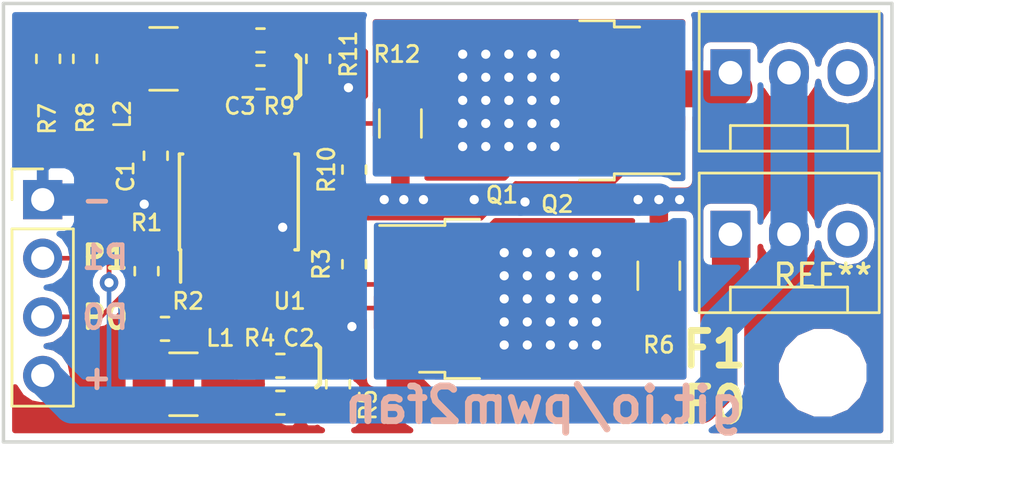
<source format=kicad_pcb>
(kicad_pcb (version 20171130) (host pcbnew "(5.0.1-dev-70-gb7b125d83)")

  (general
    (thickness 1.6)
    (drawings 22)
    (tracks 226)
    (zones 0)
    (modules 25)
    (nets 19)
  )

  (page A4)
  (layers
    (0 F.Cu signal)
    (31 B.Cu signal)
    (32 B.Adhes user)
    (33 F.Adhes user)
    (34 B.Paste user)
    (35 F.Paste user)
    (36 B.SilkS user)
    (37 F.SilkS user)
    (38 B.Mask user)
    (39 F.Mask user)
    (40 Dwgs.User user)
    (41 Cmts.User user)
    (42 Eco1.User user)
    (43 Eco2.User user)
    (44 Edge.Cuts user)
    (45 Margin user)
    (46 B.CrtYd user)
    (47 F.CrtYd user)
    (48 B.Fab user hide)
    (49 F.Fab user hide)
  )

  (setup
    (last_trace_width 0.2)
    (user_trace_width 0.4)
    (user_trace_width 0.6)
    (user_trace_width 0.8)
    (user_trace_width 1)
    (user_trace_width 1.2)
    (user_trace_width 1.4)
    (user_trace_width 1.6)
    (user_trace_width 1.8)
    (trace_clearance 0.2)
    (zone_clearance 0.3)
    (zone_45_only no)
    (trace_min 0.2)
    (segment_width 0.2)
    (edge_width 0.15)
    (via_size 0.8)
    (via_drill 0.4)
    (via_min_size 0.4)
    (via_min_drill 0.3)
    (uvia_size 0.3)
    (uvia_drill 0.1)
    (uvias_allowed no)
    (uvia_min_size 0.2)
    (uvia_min_drill 0.1)
    (pcb_text_width 0.3)
    (pcb_text_size 1.5 1.5)
    (mod_edge_width 0.15)
    (mod_text_size 0.7 0.7)
    (mod_text_width 0.12)
    (pad_size 1.524 1.524)
    (pad_drill 0.762)
    (pad_to_mask_clearance 0.2)
    (aux_axis_origin 0 0)
    (visible_elements 7FFFFF7F)
    (pcbplotparams
      (layerselection 0x010fc_ffffffff)
      (usegerberextensions true)
      (usegerberattributes false)
      (usegerberadvancedattributes false)
      (creategerberjobfile false)
      (excludeedgelayer true)
      (linewidth 0.100000)
      (plotframeref false)
      (viasonmask false)
      (mode 1)
      (useauxorigin false)
      (hpglpennumber 1)
      (hpglpenspeed 20)
      (hpglpendiameter 15.000000)
      (psnegative false)
      (psa4output false)
      (plotreference true)
      (plotvalue true)
      (plotinvisibletext false)
      (padsonsilk false)
      (subtractmaskfromsilk false)
      (outputformat 1)
      (mirror false)
      (drillshape 0)
      (scaleselection 1)
      (outputdirectory "gerbers"))
  )

  (net 0 "")
  (net 1 GND)
  (net 2 VCCFan)
  (net 3 "Net-(C2-Pad2)")
  (net 4 "Net-(L1-Pad1)")
  (net 5 "Net-(L2-Pad1)")
  (net 6 "Net-(Q1-Pad1)")
  (net 7 "Net-(Q2-Pad1)")
  (net 8 "Net-(R3-Pad2)")
  (net 9 /~PWM0)
  (net 10 /~PWM1)
  (net 11 "Net-(C3-Pad2)")
  (net 12 "Net-(J1-Pad1)")
  (net 13 "Net-(J3-Pad1)")
  (net 14 "Net-(Q1-Pad2)")
  (net 15 "Net-(Q2-Pad2)")
  (net 16 "Net-(R4-Pad1)")
  (net 17 "Net-(R11-Pad2)")
  (net 18 "Net-(R10-Pad2)")

  (net_class Default "This is the default net class."
    (clearance 0.2)
    (trace_width 0.2)
    (via_dia 0.8)
    (via_drill 0.4)
    (uvia_dia 0.3)
    (uvia_drill 0.1)
    (add_net /~PWM0)
    (add_net /~PWM1)
    (add_net GND)
    (add_net "Net-(C2-Pad2)")
    (add_net "Net-(C3-Pad2)")
    (add_net "Net-(J1-Pad1)")
    (add_net "Net-(J3-Pad1)")
    (add_net "Net-(L1-Pad1)")
    (add_net "Net-(L2-Pad1)")
    (add_net "Net-(Q1-Pad1)")
    (add_net "Net-(Q1-Pad2)")
    (add_net "Net-(Q2-Pad1)")
    (add_net "Net-(Q2-Pad2)")
    (add_net "Net-(R10-Pad2)")
    (add_net "Net-(R11-Pad2)")
    (add_net "Net-(R3-Pad2)")
    (add_net "Net-(R4-Pad1)")
    (add_net VCCFan)
  )

  (module Package_TO_SOT_SMD:TO-252-2 (layer F.Cu) (tedit 5BC0F14D) (tstamp 5BEAAB4F)
    (at 232 48.2 180)
    (descr "TO-252 / DPAK SMD package, http://www.infineon.com/cms/en/product/packages/PG-TO252/PG-TO252-3-1/")
    (tags "DPAK TO-252 DPAK-3 TO-252-3 SOT-428")
    (path /5BC4A9C0)
    (attr smd)
    (fp_text reference Q2 (at 0 -4.5 180) (layer F.SilkS)
      (effects (font (size 0.7 0.7) (thickness 0.12)))
    )
    (fp_text value Q_NMOS_GSD (at 0 4.5 180) (layer F.Fab)
      (effects (font (size 1 1) (thickness 0.15)))
    )
    (fp_text user %R (at 0 0 180) (layer F.Fab)
      (effects (font (size 1 1) (thickness 0.15)))
    )
    (fp_line (start 5.55 -3.5) (end -5.55 -3.5) (layer F.CrtYd) (width 0.05))
    (fp_line (start 5.55 3.5) (end 5.55 -3.5) (layer F.CrtYd) (width 0.05))
    (fp_line (start -5.55 3.5) (end 5.55 3.5) (layer F.CrtYd) (width 0.05))
    (fp_line (start -5.55 -3.5) (end -5.55 3.5) (layer F.CrtYd) (width 0.05))
    (fp_line (start -2.47 3.18) (end -3.57 3.18) (layer F.SilkS) (width 0.12))
    (fp_line (start -2.47 3.45) (end -2.47 3.18) (layer F.SilkS) (width 0.12))
    (fp_line (start -0.97 3.45) (end -2.47 3.45) (layer F.SilkS) (width 0.12))
    (fp_line (start -2.47 -3.18) (end -5.3 -3.18) (layer F.SilkS) (width 0.12))
    (fp_line (start -2.47 -3.45) (end -2.47 -3.18) (layer F.SilkS) (width 0.12))
    (fp_line (start -0.97 -3.45) (end -2.47 -3.45) (layer F.SilkS) (width 0.12))
    (fp_line (start -4.97 2.655) (end -2.27 2.655) (layer F.Fab) (width 0.1))
    (fp_line (start -4.97 1.905) (end -4.97 2.655) (layer F.Fab) (width 0.1))
    (fp_line (start -2.27 1.905) (end -4.97 1.905) (layer F.Fab) (width 0.1))
    (fp_line (start -4.97 -1.905) (end -2.27 -1.905) (layer F.Fab) (width 0.1))
    (fp_line (start -4.97 -2.655) (end -4.97 -1.905) (layer F.Fab) (width 0.1))
    (fp_line (start -1.865 -2.655) (end -4.97 -2.655) (layer F.Fab) (width 0.1))
    (fp_line (start -1.27 -3.25) (end 3.95 -3.25) (layer F.Fab) (width 0.1))
    (fp_line (start -2.27 -2.25) (end -1.27 -3.25) (layer F.Fab) (width 0.1))
    (fp_line (start -2.27 3.25) (end -2.27 -2.25) (layer F.Fab) (width 0.1))
    (fp_line (start 3.95 3.25) (end -2.27 3.25) (layer F.Fab) (width 0.1))
    (fp_line (start 3.95 -3.25) (end 3.95 3.25) (layer F.Fab) (width 0.1))
    (fp_line (start 4.95 2.7) (end 3.95 2.7) (layer F.Fab) (width 0.1))
    (fp_line (start 4.95 -2.7) (end 4.95 2.7) (layer F.Fab) (width 0.1))
    (fp_line (start 3.95 -2.7) (end 4.95 -2.7) (layer F.Fab) (width 0.1))
    (pad "" smd rect (at 0.425 1.525 180) (size 3.05 2.75) (layers F.Paste))
    (pad "" smd rect (at 3.775 -1.525 180) (size 3.05 2.75) (layers F.Paste))
    (pad "" smd rect (at 0.425 -1.525 180) (size 3.05 2.75) (layers F.Paste))
    (pad "" smd rect (at 3.775 1.525 180) (size 3.05 2.75) (layers F.Paste))
    (pad 2 smd rect (at 2.1 0 180) (size 6.4 5.8) (layers F.Cu F.Mask)
      (net 15 "Net-(Q2-Pad2)"))
    (pad 3 smd rect (at -4.2 2.28 180) (size 2.2 1.2) (layers F.Cu F.Paste F.Mask)
      (net 13 "Net-(J3-Pad1)"))
    (pad 1 smd rect (at -4.2 -2.28 180) (size 2.2 1.2) (layers F.Cu F.Paste F.Mask)
      (net 7 "Net-(Q2-Pad1)"))
    (model ${KISYS3DMOD}/Package_TO_SOT_SMD.3dshapes/TO-252-2.wrl
      (at (xyz 0 0 0))
      (scale (xyz 1 1 1))
      (rotate (xyz 0 0 0))
    )
  )

  (module Resistor_SMD:R_1206_3216Metric_Pad1.42x1.75mm_HandSolder (layer F.Cu) (tedit 5BC0F153) (tstamp 5BEBEB3D)
    (at 225.2 49.2 90)
    (descr "Resistor SMD 1206 (3216 Metric), square (rectangular) end terminal, IPC_7351 nominal with elongated pad for handsoldering. (Body size source: http://www.tortai-tech.com/upload/download/2011102023233369053.pdf), generated with kicad-footprint-generator")
    (tags "resistor handsolder")
    (path /5BC4A9C8)
    (attr smd)
    (fp_text reference R12 (at 3 -0.15 180) (layer F.SilkS)
      (effects (font (size 0.7 0.7) (thickness 0.12)))
    )
    (fp_text value 10R (at 0 1.82 90) (layer F.Fab)
      (effects (font (size 1 1) (thickness 0.15)))
    )
    (fp_line (start -1.6 0.8) (end -1.6 -0.8) (layer F.Fab) (width 0.1))
    (fp_line (start -1.6 -0.8) (end 1.6 -0.8) (layer F.Fab) (width 0.1))
    (fp_line (start 1.6 -0.8) (end 1.6 0.8) (layer F.Fab) (width 0.1))
    (fp_line (start 1.6 0.8) (end -1.6 0.8) (layer F.Fab) (width 0.1))
    (fp_line (start -0.602064 -0.91) (end 0.602064 -0.91) (layer F.SilkS) (width 0.12))
    (fp_line (start -0.602064 0.91) (end 0.602064 0.91) (layer F.SilkS) (width 0.12))
    (fp_line (start -2.45 1.12) (end -2.45 -1.12) (layer F.CrtYd) (width 0.05))
    (fp_line (start -2.45 -1.12) (end 2.45 -1.12) (layer F.CrtYd) (width 0.05))
    (fp_line (start 2.45 -1.12) (end 2.45 1.12) (layer F.CrtYd) (width 0.05))
    (fp_line (start 2.45 1.12) (end -2.45 1.12) (layer F.CrtYd) (width 0.05))
    (fp_text user %R (at 0 0 90) (layer F.Fab)
      (effects (font (size 0.8 0.8) (thickness 0.12)))
    )
    (pad 1 smd roundrect (at -1.4875 0 90) (size 1.425 1.75) (layers F.Cu F.Paste F.Mask) (roundrect_rratio 0.175439)
      (net 1 GND))
    (pad 2 smd roundrect (at 1.4875 0 90) (size 1.425 1.75) (layers F.Cu F.Paste F.Mask) (roundrect_rratio 0.175439)
      (net 15 "Net-(Q2-Pad2)"))
    (model ${KISYS3DMOD}/Resistor_SMD.3dshapes/R_1206_3216Metric.wrl
      (at (xyz 0 0 0))
      (scale (xyz 1 1 1))
      (rotate (xyz 0 0 0))
    )
  )

  (module Resistor_SMD:R_0603_1608Metric_Pad1.05x0.95mm_HandSolder (layer F.Cu) (tedit 5BC0F15D) (tstamp 5BEB5AFE)
    (at 223.2 51.2 90)
    (descr "Resistor SMD 0603 (1608 Metric), square (rectangular) end terminal, IPC_7351 nominal with elongated pad for handsoldering. (Body size source: http://www.tortai-tech.com/upload/download/2011102023233369053.pdf), generated with kicad-footprint-generator")
    (tags "resistor handsolder")
    (path /5BC4A98D)
    (attr smd)
    (fp_text reference R10 (at 0 -1.2 90) (layer F.SilkS)
      (effects (font (size 0.7 0.7) (thickness 0.12)))
    )
    (fp_text value 1k (at 0 1.43 90) (layer F.Fab)
      (effects (font (size 1 1) (thickness 0.15)))
    )
    (fp_text user %R (at 0 0 90) (layer F.Fab)
      (effects (font (size 0.4 0.4) (thickness 0.06)))
    )
    (fp_line (start 1.65 0.73) (end -1.65 0.73) (layer F.CrtYd) (width 0.05))
    (fp_line (start 1.65 -0.73) (end 1.65 0.73) (layer F.CrtYd) (width 0.05))
    (fp_line (start -1.65 -0.73) (end 1.65 -0.73) (layer F.CrtYd) (width 0.05))
    (fp_line (start -1.65 0.73) (end -1.65 -0.73) (layer F.CrtYd) (width 0.05))
    (fp_line (start -0.171267 0.51) (end 0.171267 0.51) (layer F.SilkS) (width 0.12))
    (fp_line (start -0.171267 -0.51) (end 0.171267 -0.51) (layer F.SilkS) (width 0.12))
    (fp_line (start 0.8 0.4) (end -0.8 0.4) (layer F.Fab) (width 0.1))
    (fp_line (start 0.8 -0.4) (end 0.8 0.4) (layer F.Fab) (width 0.1))
    (fp_line (start -0.8 -0.4) (end 0.8 -0.4) (layer F.Fab) (width 0.1))
    (fp_line (start -0.8 0.4) (end -0.8 -0.4) (layer F.Fab) (width 0.1))
    (pad 2 smd roundrect (at 0.875 0 90) (size 1.05 0.95) (layers F.Cu F.Paste F.Mask) (roundrect_rratio 0.25)
      (net 18 "Net-(R10-Pad2)"))
    (pad 1 smd roundrect (at -0.875 0 90) (size 1.05 0.95) (layers F.Cu F.Paste F.Mask) (roundrect_rratio 0.25)
      (net 7 "Net-(Q2-Pad1)"))
    (model ${KISYS3DMOD}/Resistor_SMD.3dshapes/R_0603_1608Metric.wrl
      (at (xyz 0 0 0))
      (scale (xyz 1 1 1))
      (rotate (xyz 0 0 0))
    )
  )

  (module Resistor_SMD:R_0603_1608Metric_Pad1.05x0.95mm_HandSolder (layer F.Cu) (tedit 5BC0F0A2) (tstamp 5BEA7EC1)
    (at 219.137895 45.6 180)
    (descr "Resistor SMD 0603 (1608 Metric), square (rectangular) end terminal, IPC_7351 nominal with elongated pad for handsoldering. (Body size source: http://www.tortai-tech.com/upload/download/2011102023233369053.pdf), generated with kicad-footprint-generator")
    (tags "resistor handsolder")
    (path /5BC4A9A9)
    (attr smd)
    (fp_text reference R9 (at -0.812105 -2.85 180) (layer F.SilkS)
      (effects (font (size 0.7 0.7) (thickness 0.12)))
    )
    (fp_text value 270k (at 0 1.43 180) (layer F.Fab)
      (effects (font (size 1 1) (thickness 0.15)))
    )
    (fp_text user %R (at 0 0 180) (layer F.Fab)
      (effects (font (size 0.4 0.4) (thickness 0.06)))
    )
    (fp_line (start 1.65 0.73) (end -1.65 0.73) (layer F.CrtYd) (width 0.05))
    (fp_line (start 1.65 -0.73) (end 1.65 0.73) (layer F.CrtYd) (width 0.05))
    (fp_line (start -1.65 -0.73) (end 1.65 -0.73) (layer F.CrtYd) (width 0.05))
    (fp_line (start -1.65 0.73) (end -1.65 -0.73) (layer F.CrtYd) (width 0.05))
    (fp_line (start -0.171267 0.51) (end 0.171267 0.51) (layer F.SilkS) (width 0.12))
    (fp_line (start -0.171267 -0.51) (end 0.171267 -0.51) (layer F.SilkS) (width 0.12))
    (fp_line (start 0.8 0.4) (end -0.8 0.4) (layer F.Fab) (width 0.1))
    (fp_line (start 0.8 -0.4) (end 0.8 0.4) (layer F.Fab) (width 0.1))
    (fp_line (start -0.8 -0.4) (end 0.8 -0.4) (layer F.Fab) (width 0.1))
    (fp_line (start -0.8 0.4) (end -0.8 -0.4) (layer F.Fab) (width 0.1))
    (pad 2 smd roundrect (at 0.875 0 180) (size 1.05 0.95) (layers F.Cu F.Paste F.Mask) (roundrect_rratio 0.25)
      (net 11 "Net-(C3-Pad2)"))
    (pad 1 smd roundrect (at -0.875 0 180) (size 1.05 0.95) (layers F.Cu F.Paste F.Mask) (roundrect_rratio 0.25)
      (net 17 "Net-(R11-Pad2)"))
    (model ${KISYS3DMOD}/Resistor_SMD.3dshapes/R_0603_1608Metric.wrl
      (at (xyz 0 0 0))
      (scale (xyz 1 1 1))
      (rotate (xyz 0 0 0))
    )
  )

  (module Capacitor_SMD:C_0603_1608Metric_Pad1.05x0.95mm_HandSolder (layer F.Cu) (tedit 5BC0F09B) (tstamp 5BEA7E8E)
    (at 219.137895 47.2 180)
    (descr "Capacitor SMD 0603 (1608 Metric), square (rectangular) end terminal, IPC_7351 nominal with elongated pad for handsoldering. (Body size source: http://www.tortai-tech.com/upload/download/2011102023233369053.pdf), generated with kicad-footprint-generator")
    (tags "capacitor handsolder")
    (path /5BC4A981)
    (attr smd)
    (fp_text reference C3 (at 0.887895 -1.25 180) (layer F.SilkS)
      (effects (font (size 0.7 0.7) (thickness 0.12)))
    )
    (fp_text value 330nF (at 0 1.43 180) (layer F.Fab)
      (effects (font (size 1 1) (thickness 0.15)))
    )
    (fp_text user %R (at 0 0 180) (layer F.Fab)
      (effects (font (size 0.4 0.4) (thickness 0.06)))
    )
    (fp_line (start 1.65 0.73) (end -1.65 0.73) (layer F.CrtYd) (width 0.05))
    (fp_line (start 1.65 -0.73) (end 1.65 0.73) (layer F.CrtYd) (width 0.05))
    (fp_line (start -1.65 -0.73) (end 1.65 -0.73) (layer F.CrtYd) (width 0.05))
    (fp_line (start -1.65 0.73) (end -1.65 -0.73) (layer F.CrtYd) (width 0.05))
    (fp_line (start -0.171267 0.51) (end 0.171267 0.51) (layer F.SilkS) (width 0.12))
    (fp_line (start -0.171267 -0.51) (end 0.171267 -0.51) (layer F.SilkS) (width 0.12))
    (fp_line (start 0.8 0.4) (end -0.8 0.4) (layer F.Fab) (width 0.1))
    (fp_line (start 0.8 -0.4) (end 0.8 0.4) (layer F.Fab) (width 0.1))
    (fp_line (start -0.8 -0.4) (end 0.8 -0.4) (layer F.Fab) (width 0.1))
    (fp_line (start -0.8 0.4) (end -0.8 -0.4) (layer F.Fab) (width 0.1))
    (pad 2 smd roundrect (at 0.875 0 180) (size 1.05 0.95) (layers F.Cu F.Paste F.Mask) (roundrect_rratio 0.25)
      (net 11 "Net-(C3-Pad2)"))
    (pad 1 smd roundrect (at -0.875 0 180) (size 1.05 0.95) (layers F.Cu F.Paste F.Mask) (roundrect_rratio 0.25)
      (net 1 GND))
    (model ${KISYS3DMOD}/Capacitor_SMD.3dshapes/C_0603_1608Metric.wrl
      (at (xyz 0 0 0))
      (scale (xyz 1 1 1))
      (rotate (xyz 0 0 0))
    )
  )

  (module Inductor_SMD:L_1210_3225Metric_Pad1.42x2.65mm_HandSolder (layer F.Cu) (tedit 5BC0F0A8) (tstamp 5BEA7E7E)
    (at 214.937895 46.4)
    (descr "Capacitor SMD 1210 (3225 Metric), square (rectangular) end terminal, IPC_7351 nominal with elongated pad for handsoldering. (Body size source: http://www.tortai-tech.com/upload/download/2011102023233369053.pdf), generated with kicad-footprint-generator")
    (tags "inductor handsolder")
    (path /5BC4A978)
    (attr smd)
    (fp_text reference L2 (at -1.787895 2.4 90) (layer F.SilkS)
      (effects (font (size 0.7 0.7) (thickness 0.12)))
    )
    (fp_text value 470uH (at 0 2.28) (layer F.Fab)
      (effects (font (size 1 1) (thickness 0.15)))
    )
    (fp_line (start -1.6 1.25) (end -1.6 -1.25) (layer F.Fab) (width 0.1))
    (fp_line (start -1.6 -1.25) (end 1.6 -1.25) (layer F.Fab) (width 0.1))
    (fp_line (start 1.6 -1.25) (end 1.6 1.25) (layer F.Fab) (width 0.1))
    (fp_line (start 1.6 1.25) (end -1.6 1.25) (layer F.Fab) (width 0.1))
    (fp_line (start -0.602064 -1.36) (end 0.602064 -1.36) (layer F.SilkS) (width 0.12))
    (fp_line (start -0.602064 1.36) (end 0.602064 1.36) (layer F.SilkS) (width 0.12))
    (fp_line (start -2.45 1.58) (end -2.45 -1.58) (layer F.CrtYd) (width 0.05))
    (fp_line (start -2.45 -1.58) (end 2.45 -1.58) (layer F.CrtYd) (width 0.05))
    (fp_line (start 2.45 -1.58) (end 2.45 1.58) (layer F.CrtYd) (width 0.05))
    (fp_line (start 2.45 1.58) (end -2.45 1.58) (layer F.CrtYd) (width 0.05))
    (fp_text user %R (at 0 0) (layer F.Fab)
      (effects (font (size 0.8 0.8) (thickness 0.12)))
    )
    (pad 1 smd roundrect (at -1.4875 0) (size 1.425 2.65) (layers F.Cu F.Paste F.Mask) (roundrect_rratio 0.175439)
      (net 5 "Net-(L2-Pad1)"))
    (pad 2 smd roundrect (at 1.4875 0) (size 1.425 2.65) (layers F.Cu F.Paste F.Mask) (roundrect_rratio 0.175439)
      (net 11 "Net-(C3-Pad2)"))
    (model ${KISYS3DMOD}/Inductor_SMD.3dshapes/L_1210_3225Metric.wrl
      (at (xyz 0 0 0))
      (scale (xyz 1 1 1))
      (rotate (xyz 0 0 0))
    )
  )

  (module Resistor_SMD:R_0603_1608Metric_Pad1.05x0.95mm_HandSolder (layer F.Cu) (tedit 5BC0F095) (tstamp 5BEA7E5E)
    (at 221.637895 46.4 90)
    (descr "Resistor SMD 0603 (1608 Metric), square (rectangular) end terminal, IPC_7351 nominal with elongated pad for handsoldering. (Body size source: http://www.tortai-tech.com/upload/download/2011102023233369053.pdf), generated with kicad-footprint-generator")
    (tags "resistor handsolder")
    (path /5BC4A9B1)
    (attr smd)
    (fp_text reference R11 (at 0.2 1.312105 270) (layer F.SilkS)
      (effects (font (size 0.7 0.7) (thickness 0.12)))
    )
    (fp_text value 47k (at 0 1.43 90) (layer F.Fab)
      (effects (font (size 1 1) (thickness 0.15)))
    )
    (fp_line (start -0.8 0.4) (end -0.8 -0.4) (layer F.Fab) (width 0.1))
    (fp_line (start -0.8 -0.4) (end 0.8 -0.4) (layer F.Fab) (width 0.1))
    (fp_line (start 0.8 -0.4) (end 0.8 0.4) (layer F.Fab) (width 0.1))
    (fp_line (start 0.8 0.4) (end -0.8 0.4) (layer F.Fab) (width 0.1))
    (fp_line (start -0.171267 -0.51) (end 0.171267 -0.51) (layer F.SilkS) (width 0.12))
    (fp_line (start -0.171267 0.51) (end 0.171267 0.51) (layer F.SilkS) (width 0.12))
    (fp_line (start -1.65 0.73) (end -1.65 -0.73) (layer F.CrtYd) (width 0.05))
    (fp_line (start -1.65 -0.73) (end 1.65 -0.73) (layer F.CrtYd) (width 0.05))
    (fp_line (start 1.65 -0.73) (end 1.65 0.73) (layer F.CrtYd) (width 0.05))
    (fp_line (start 1.65 0.73) (end -1.65 0.73) (layer F.CrtYd) (width 0.05))
    (fp_text user %R (at 0 0 90) (layer F.Fab)
      (effects (font (size 0.4 0.4) (thickness 0.06)))
    )
    (pad 1 smd roundrect (at -0.875 0 90) (size 1.05 0.95) (layers F.Cu F.Paste F.Mask) (roundrect_rratio 0.25)
      (net 1 GND))
    (pad 2 smd roundrect (at 0.875 0 90) (size 1.05 0.95) (layers F.Cu F.Paste F.Mask) (roundrect_rratio 0.25)
      (net 17 "Net-(R11-Pad2)"))
    (model ${KISYS3DMOD}/Resistor_SMD.3dshapes/R_0603_1608Metric.wrl
      (at (xyz 0 0 0))
      (scale (xyz 1 1 1))
      (rotate (xyz 0 0 0))
    )
  )

  (module Resistor_SMD:R_0603_1608Metric_Pad1.05x0.95mm_HandSolder (layer F.Cu) (tedit 5BC0F0AF) (tstamp 5BEA7E4E)
    (at 211.537895 46.4 90)
    (descr "Resistor SMD 0603 (1608 Metric), square (rectangular) end terminal, IPC_7351 nominal with elongated pad for handsoldering. (Body size source: http://www.tortai-tech.com/upload/download/2011102023233369053.pdf), generated with kicad-footprint-generator")
    (tags "resistor handsolder")
    (path /5BC4A972)
    (attr smd)
    (fp_text reference R8 (at -2.55 0.012105 270) (layer F.SilkS)
      (effects (font (size 0.7 0.7) (thickness 0.12)))
    )
    (fp_text value 220k (at 0 1.43 90) (layer F.Fab)
      (effects (font (size 1 1) (thickness 0.15)))
    )
    (fp_text user %R (at 0 0 90) (layer F.Fab)
      (effects (font (size 0.4 0.4) (thickness 0.06)))
    )
    (fp_line (start 1.65 0.73) (end -1.65 0.73) (layer F.CrtYd) (width 0.05))
    (fp_line (start 1.65 -0.73) (end 1.65 0.73) (layer F.CrtYd) (width 0.05))
    (fp_line (start -1.65 -0.73) (end 1.65 -0.73) (layer F.CrtYd) (width 0.05))
    (fp_line (start -1.65 0.73) (end -1.65 -0.73) (layer F.CrtYd) (width 0.05))
    (fp_line (start -0.171267 0.51) (end 0.171267 0.51) (layer F.SilkS) (width 0.12))
    (fp_line (start -0.171267 -0.51) (end 0.171267 -0.51) (layer F.SilkS) (width 0.12))
    (fp_line (start 0.8 0.4) (end -0.8 0.4) (layer F.Fab) (width 0.1))
    (fp_line (start 0.8 -0.4) (end 0.8 0.4) (layer F.Fab) (width 0.1))
    (fp_line (start -0.8 -0.4) (end 0.8 -0.4) (layer F.Fab) (width 0.1))
    (fp_line (start -0.8 0.4) (end -0.8 -0.4) (layer F.Fab) (width 0.1))
    (pad 2 smd roundrect (at 0.875 0 90) (size 1.05 0.95) (layers F.Cu F.Paste F.Mask) (roundrect_rratio 0.25)
      (net 10 /~PWM1))
    (pad 1 smd roundrect (at -0.875 0 90) (size 1.05 0.95) (layers F.Cu F.Paste F.Mask) (roundrect_rratio 0.25)
      (net 5 "Net-(L2-Pad1)"))
    (model ${KISYS3DMOD}/Resistor_SMD.3dshapes/R_0603_1608Metric.wrl
      (at (xyz 0 0 0))
      (scale (xyz 1 1 1))
      (rotate (xyz 0 0 0))
    )
  )

  (module Resistor_SMD:R_0603_1608Metric_Pad1.05x0.95mm_HandSolder (layer F.Cu) (tedit 5BC0F0B6) (tstamp 5BEA7E2E)
    (at 209.937895 46.4 270)
    (descr "Resistor SMD 0603 (1608 Metric), square (rectangular) end terminal, IPC_7351 nominal with elongated pad for handsoldering. (Body size source: http://www.tortai-tech.com/upload/download/2011102023233369053.pdf), generated with kicad-footprint-generator")
    (tags "resistor handsolder")
    (path /5BC4A99C)
    (attr smd)
    (fp_text reference R7 (at 2.6 0.037895 90) (layer F.SilkS)
      (effects (font (size 0.7 0.7) (thickness 0.12)))
    )
    (fp_text value 10k (at 0 1.43 270) (layer F.Fab)
      (effects (font (size 1 1) (thickness 0.15)))
    )
    (fp_line (start -0.8 0.4) (end -0.8 -0.4) (layer F.Fab) (width 0.1))
    (fp_line (start -0.8 -0.4) (end 0.8 -0.4) (layer F.Fab) (width 0.1))
    (fp_line (start 0.8 -0.4) (end 0.8 0.4) (layer F.Fab) (width 0.1))
    (fp_line (start 0.8 0.4) (end -0.8 0.4) (layer F.Fab) (width 0.1))
    (fp_line (start -0.171267 -0.51) (end 0.171267 -0.51) (layer F.SilkS) (width 0.12))
    (fp_line (start -0.171267 0.51) (end 0.171267 0.51) (layer F.SilkS) (width 0.12))
    (fp_line (start -1.65 0.73) (end -1.65 -0.73) (layer F.CrtYd) (width 0.05))
    (fp_line (start -1.65 -0.73) (end 1.65 -0.73) (layer F.CrtYd) (width 0.05))
    (fp_line (start 1.65 -0.73) (end 1.65 0.73) (layer F.CrtYd) (width 0.05))
    (fp_line (start 1.65 0.73) (end -1.65 0.73) (layer F.CrtYd) (width 0.05))
    (fp_text user %R (at 0 0 270) (layer F.Fab)
      (effects (font (size 0.4 0.4) (thickness 0.06)))
    )
    (pad 1 smd roundrect (at -0.875 0 270) (size 1.05 0.95) (layers F.Cu F.Paste F.Mask) (roundrect_rratio 0.25)
      (net 10 /~PWM1))
    (pad 2 smd roundrect (at 0.875 0 270) (size 1.05 0.95) (layers F.Cu F.Paste F.Mask) (roundrect_rratio 0.25)
      (net 2 VCCFan))
    (model ${KISYS3DMOD}/Resistor_SMD.3dshapes/R_0603_1608Metric.wrl
      (at (xyz 0 0 0))
      (scale (xyz 1 1 1))
      (rotate (xyz 0 0 0))
    )
  )

  (module Capacitor_SMD:C_0603_1608Metric_Pad1.05x0.95mm_HandSolder (layer F.Cu) (tedit 5B301BBE) (tstamp 5BEA6704)
    (at 214.6 50.6 90)
    (descr "Capacitor SMD 0603 (1608 Metric), square (rectangular) end terminal, IPC_7351 nominal with elongated pad for handsoldering. (Body size source: http://www.tortai-tech.com/upload/download/2011102023233369053.pdf), generated with kicad-footprint-generator")
    (tags "capacitor handsolder")
    (path /5BC24BAF)
    (attr smd)
    (fp_text reference C1 (at -0.9 -1.3 270) (layer F.SilkS)
      (effects (font (size 0.7 0.7) (thickness 0.12)))
    )
    (fp_text value 100nF (at 0 1.43 90) (layer F.Fab)
      (effects (font (size 1 1) (thickness 0.15)))
    )
    (fp_text user %R (at 0 0 90) (layer F.Fab)
      (effects (font (size 0.4 0.4) (thickness 0.06)))
    )
    (fp_line (start 1.65 0.73) (end -1.65 0.73) (layer F.CrtYd) (width 0.05))
    (fp_line (start 1.65 -0.73) (end 1.65 0.73) (layer F.CrtYd) (width 0.05))
    (fp_line (start -1.65 -0.73) (end 1.65 -0.73) (layer F.CrtYd) (width 0.05))
    (fp_line (start -1.65 0.73) (end -1.65 -0.73) (layer F.CrtYd) (width 0.05))
    (fp_line (start -0.171267 0.51) (end 0.171267 0.51) (layer F.SilkS) (width 0.12))
    (fp_line (start -0.171267 -0.51) (end 0.171267 -0.51) (layer F.SilkS) (width 0.12))
    (fp_line (start 0.8 0.4) (end -0.8 0.4) (layer F.Fab) (width 0.1))
    (fp_line (start 0.8 -0.4) (end 0.8 0.4) (layer F.Fab) (width 0.1))
    (fp_line (start -0.8 -0.4) (end 0.8 -0.4) (layer F.Fab) (width 0.1))
    (fp_line (start -0.8 0.4) (end -0.8 -0.4) (layer F.Fab) (width 0.1))
    (pad 2 smd roundrect (at 0.875 0 90) (size 1.05 0.95) (layers F.Cu F.Paste F.Mask) (roundrect_rratio 0.25)
      (net 2 VCCFan))
    (pad 1 smd roundrect (at -0.875 0 90) (size 1.05 0.95) (layers F.Cu F.Paste F.Mask) (roundrect_rratio 0.25)
      (net 1 GND))
    (model ${KISYS3DMOD}/Capacitor_SMD.3dshapes/C_0603_1608Metric.wrl
      (at (xyz 0 0 0))
      (scale (xyz 1 1 1))
      (rotate (xyz 0 0 0))
    )
  )

  (module Capacitor_SMD:C_0603_1608Metric_Pad1.05x0.95mm_HandSolder (layer F.Cu) (tedit 5B301BBE) (tstamp 5BEA7479)
    (at 220 61.3 180)
    (descr "Capacitor SMD 0603 (1608 Metric), square (rectangular) end terminal, IPC_7351 nominal with elongated pad for handsoldering. (Body size source: http://www.tortai-tech.com/upload/download/2011102023233369053.pdf), generated with kicad-footprint-generator")
    (tags "capacitor handsolder")
    (path /5BC23618)
    (attr smd)
    (fp_text reference C2 (at -0.8 2.8 180) (layer F.SilkS)
      (effects (font (size 0.7 0.7) (thickness 0.12)))
    )
    (fp_text value 330nF (at 0 1.43 180) (layer F.Fab)
      (effects (font (size 1 1) (thickness 0.15)))
    )
    (fp_line (start -0.8 0.4) (end -0.8 -0.4) (layer F.Fab) (width 0.1))
    (fp_line (start -0.8 -0.4) (end 0.8 -0.4) (layer F.Fab) (width 0.1))
    (fp_line (start 0.8 -0.4) (end 0.8 0.4) (layer F.Fab) (width 0.1))
    (fp_line (start 0.8 0.4) (end -0.8 0.4) (layer F.Fab) (width 0.1))
    (fp_line (start -0.171267 -0.51) (end 0.171267 -0.51) (layer F.SilkS) (width 0.12))
    (fp_line (start -0.171267 0.51) (end 0.171267 0.51) (layer F.SilkS) (width 0.12))
    (fp_line (start -1.65 0.73) (end -1.65 -0.73) (layer F.CrtYd) (width 0.05))
    (fp_line (start -1.65 -0.73) (end 1.65 -0.73) (layer F.CrtYd) (width 0.05))
    (fp_line (start 1.65 -0.73) (end 1.65 0.73) (layer F.CrtYd) (width 0.05))
    (fp_line (start 1.65 0.73) (end -1.65 0.73) (layer F.CrtYd) (width 0.05))
    (fp_text user %R (at 0 0 180) (layer F.Fab)
      (effects (font (size 0.4 0.4) (thickness 0.06)))
    )
    (pad 1 smd roundrect (at -0.875 0 180) (size 1.05 0.95) (layers F.Cu F.Paste F.Mask) (roundrect_rratio 0.25)
      (net 1 GND))
    (pad 2 smd roundrect (at 0.875 0 180) (size 1.05 0.95) (layers F.Cu F.Paste F.Mask) (roundrect_rratio 0.25)
      (net 3 "Net-(C2-Pad2)"))
    (model ${KISYS3DMOD}/Capacitor_SMD.3dshapes/C_0603_1608Metric.wrl
      (at (xyz 0 0 0))
      (scale (xyz 1 1 1))
      (rotate (xyz 0 0 0))
    )
  )

  (module Connector:FanPinHeader_1x03_P2.54mm_Vertical (layer F.Cu) (tedit 5BC0F99F) (tstamp 5BEA7C9C)
    (at 239.5 54)
    (descr "3-pin CPU fan Through hole pin header, see http://www.formfactors.org/developer%5Cspecs%5Crev1_2_public.pdf")
    (tags "pin header 3-pin CPU fan")
    (path /5BC195AC)
    (fp_text reference J1 (at 2.5 -3.4) (layer F.SilkS) hide
      (effects (font (size 0.7 0.7) (thickness 0.12)))
    )
    (fp_text value Fan-out0 (at 2.55 4.5) (layer F.Fab)
      (effects (font (size 1 1) (thickness 0.15)))
    )
    (fp_line (start 6.85 -3.05) (end 6.85 3.8) (layer F.CrtYd) (width 0.05))
    (fp_line (start 6.85 -3.05) (end -1.75 -3.05) (layer F.CrtYd) (width 0.05))
    (fp_line (start -1.75 3.8) (end 6.85 3.8) (layer F.CrtYd) (width 0.05))
    (fp_line (start -1.75 3.8) (end -1.75 -3.05) (layer F.CrtYd) (width 0.05))
    (fp_line (start 5.08 2.29) (end 5.08 3.3) (layer F.SilkS) (width 0.12))
    (fp_line (start 0 2.29) (end 5.08 2.29) (layer F.SilkS) (width 0.12))
    (fp_line (start 0 3.3) (end 0 2.29) (layer F.SilkS) (width 0.12))
    (fp_line (start 6.35 3.3) (end -1.25 3.3) (layer F.Fab) (width 0.1))
    (fp_line (start 6.35 -2.55) (end 6.35 3.3) (layer F.Fab) (width 0.1))
    (fp_line (start -1.25 -2.55) (end 6.35 -2.55) (layer F.Fab) (width 0.1))
    (fp_line (start -1.25 3.3) (end -1.25 -2.55) (layer F.Fab) (width 0.1))
    (fp_line (start 0 2.3) (end 0 3.3) (layer F.Fab) (width 0.1))
    (fp_line (start 5.05 2.3) (end 0 2.3) (layer F.Fab) (width 0.1))
    (fp_line (start 5.05 3.3) (end 5.05 2.3) (layer F.Fab) (width 0.1))
    (fp_line (start 6.45 3.4) (end -1.35 3.4) (layer F.SilkS) (width 0.12))
    (fp_line (start 6.45 -2.65) (end 6.45 3.4) (layer F.SilkS) (width 0.12))
    (fp_line (start -1.35 -2.65) (end 6.45 -2.65) (layer F.SilkS) (width 0.12))
    (fp_line (start -1.35 3.4) (end -1.35 -2.65) (layer F.SilkS) (width 0.12))
    (fp_text user %R (at 2.45 1.8) (layer F.Fab)
      (effects (font (size 1 1) (thickness 0.15)))
    )
    (pad 3 thru_hole oval (at 5.08 0 90) (size 2.03 1.73) (drill 1.02) (layers *.Cu *.Mask))
    (pad 2 thru_hole oval (at 2.54 0 90) (size 2.03 1.73) (drill 1.02) (layers *.Cu *.Mask)
      (net 2 VCCFan))
    (pad 1 thru_hole rect (at 0 0 90) (size 2.03 1.73) (drill 1.02) (layers *.Cu *.Mask)
      (net 12 "Net-(J1-Pad1)"))
    (model ${KISYS3DMOD}/Connector.3dshapes/FanPinHeader_1x03_P2.54mm_Vertical.wrl
      (at (xyz 0 0 0))
      (scale (xyz 1 1 1))
      (rotate (xyz 0 0 0))
    )
  )

  (module Connector_PinHeader_2.54mm:PinHeader_1x04_P2.54mm_Vertical (layer F.Cu) (tedit 5BC0F80F) (tstamp 5BEB1A97)
    (at 209.7 52.5)
    (descr "Through hole straight pin header, 1x04, 2.54mm pitch, single row")
    (tags "Through hole pin header THT 1x04 2.54mm single row")
    (path /5BC13D90)
    (fp_text reference J2 (at 0 -2.33) (layer F.SilkS) hide
      (effects (font (size 0.7 0.7) (thickness 0.12)))
    )
    (fp_text value "PWM and power" (at 0 9.95) (layer F.Fab)
      (effects (font (size 1 1) (thickness 0.15)))
    )
    (fp_line (start -0.635 -1.27) (end 1.27 -1.27) (layer F.Fab) (width 0.1))
    (fp_line (start 1.27 -1.27) (end 1.27 8.89) (layer F.Fab) (width 0.1))
    (fp_line (start 1.27 8.89) (end -1.27 8.89) (layer F.Fab) (width 0.1))
    (fp_line (start -1.27 8.89) (end -1.27 -0.635) (layer F.Fab) (width 0.1))
    (fp_line (start -1.27 -0.635) (end -0.635 -1.27) (layer F.Fab) (width 0.1))
    (fp_line (start -1.33 8.95) (end 1.33 8.95) (layer F.SilkS) (width 0.12))
    (fp_line (start -1.33 1.27) (end -1.33 8.95) (layer F.SilkS) (width 0.12))
    (fp_line (start 1.33 1.27) (end 1.33 8.95) (layer F.SilkS) (width 0.12))
    (fp_line (start -1.33 1.27) (end 1.33 1.27) (layer F.SilkS) (width 0.12))
    (fp_line (start -1.33 0) (end -1.33 -1.33) (layer F.SilkS) (width 0.12))
    (fp_line (start -1.33 -1.33) (end 0 -1.33) (layer F.SilkS) (width 0.12))
    (fp_line (start -1.8 -1.8) (end -1.8 9.4) (layer F.CrtYd) (width 0.05))
    (fp_line (start -1.8 9.4) (end 1.8 9.4) (layer F.CrtYd) (width 0.05))
    (fp_line (start 1.8 9.4) (end 1.8 -1.8) (layer F.CrtYd) (width 0.05))
    (fp_line (start 1.8 -1.8) (end -1.8 -1.8) (layer F.CrtYd) (width 0.05))
    (fp_text user %R (at 0 3.81 90) (layer F.Fab)
      (effects (font (size 1 1) (thickness 0.15)))
    )
    (pad 1 thru_hole rect (at 0 0) (size 1.7 1.7) (drill 1) (layers *.Cu *.Mask)
      (net 1 GND))
    (pad 2 thru_hole oval (at 0 2.54) (size 1.7 1.7) (drill 1) (layers *.Cu *.Mask)
      (net 10 /~PWM1))
    (pad 3 thru_hole oval (at 0 5.08) (size 1.7 1.7) (drill 1) (layers *.Cu *.Mask)
      (net 9 /~PWM0))
    (pad 4 thru_hole oval (at 0 7.62) (size 1.7 1.7) (drill 1) (layers *.Cu *.Mask)
      (net 2 VCCFan))
    (model ${KISYS3DMOD}/Connector_PinHeader_2.54mm.3dshapes/PinHeader_1x04_P2.54mm_Vertical.wrl
      (at (xyz 0 0 0))
      (scale (xyz 1 1 1))
      (rotate (xyz 0 0 0))
    )
  )

  (module Inductor_SMD:L_1210_3225Metric_Pad1.42x2.65mm_HandSolder (layer F.Cu) (tedit 5B301BBE) (tstamp 5BEA6783)
    (at 215.8 60.5)
    (descr "Capacitor SMD 1210 (3225 Metric), square (rectangular) end terminal, IPC_7351 nominal with elongated pad for handsoldering. (Body size source: http://www.tortai-tech.com/upload/download/2011102023233369053.pdf), generated with kicad-footprint-generator")
    (tags "inductor handsolder")
    (path /5BC232A3)
    (attr smd)
    (fp_text reference L1 (at 1.6 -2) (layer F.SilkS)
      (effects (font (size 0.7 0.7) (thickness 0.12)))
    )
    (fp_text value 470uH (at 0 2.28) (layer F.Fab)
      (effects (font (size 1 1) (thickness 0.15)))
    )
    (fp_text user %R (at 0 0) (layer F.Fab)
      (effects (font (size 0.8 0.8) (thickness 0.12)))
    )
    (fp_line (start 2.45 1.58) (end -2.45 1.58) (layer F.CrtYd) (width 0.05))
    (fp_line (start 2.45 -1.58) (end 2.45 1.58) (layer F.CrtYd) (width 0.05))
    (fp_line (start -2.45 -1.58) (end 2.45 -1.58) (layer F.CrtYd) (width 0.05))
    (fp_line (start -2.45 1.58) (end -2.45 -1.58) (layer F.CrtYd) (width 0.05))
    (fp_line (start -0.602064 1.36) (end 0.602064 1.36) (layer F.SilkS) (width 0.12))
    (fp_line (start -0.602064 -1.36) (end 0.602064 -1.36) (layer F.SilkS) (width 0.12))
    (fp_line (start 1.6 1.25) (end -1.6 1.25) (layer F.Fab) (width 0.1))
    (fp_line (start 1.6 -1.25) (end 1.6 1.25) (layer F.Fab) (width 0.1))
    (fp_line (start -1.6 -1.25) (end 1.6 -1.25) (layer F.Fab) (width 0.1))
    (fp_line (start -1.6 1.25) (end -1.6 -1.25) (layer F.Fab) (width 0.1))
    (pad 2 smd roundrect (at 1.4875 0) (size 1.425 2.65) (layers F.Cu F.Paste F.Mask) (roundrect_rratio 0.175439)
      (net 3 "Net-(C2-Pad2)"))
    (pad 1 smd roundrect (at -1.4875 0) (size 1.425 2.65) (layers F.Cu F.Paste F.Mask) (roundrect_rratio 0.175439)
      (net 4 "Net-(L1-Pad1)"))
    (model ${KISYS3DMOD}/Inductor_SMD.3dshapes/L_1210_3225Metric.wrl
      (at (xyz 0 0 0))
      (scale (xyz 1 1 1))
      (rotate (xyz 0 0 0))
    )
  )

  (module Package_TO_SOT_SMD:TO-252-2 (layer F.Cu) (tedit 5A70A390) (tstamp 5BEA67B8)
    (at 229.6 56.8)
    (descr "TO-252 / DPAK SMD package, http://www.infineon.com/cms/en/product/packages/PG-TO252/PG-TO252-3-1/")
    (tags "DPAK TO-252 DPAK-3 TO-252-3 SOT-428")
    (path /5BC434D7)
    (attr smd)
    (fp_text reference Q1 (at 0 -4.5) (layer F.SilkS)
      (effects (font (size 0.7 0.7) (thickness 0.12)))
    )
    (fp_text value Q_NMOS_GSD (at 0 4.5) (layer F.Fab)
      (effects (font (size 1 1) (thickness 0.15)))
    )
    (fp_line (start 3.95 -2.7) (end 4.95 -2.7) (layer F.Fab) (width 0.1))
    (fp_line (start 4.95 -2.7) (end 4.95 2.7) (layer F.Fab) (width 0.1))
    (fp_line (start 4.95 2.7) (end 3.95 2.7) (layer F.Fab) (width 0.1))
    (fp_line (start 3.95 -3.25) (end 3.95 3.25) (layer F.Fab) (width 0.1))
    (fp_line (start 3.95 3.25) (end -2.27 3.25) (layer F.Fab) (width 0.1))
    (fp_line (start -2.27 3.25) (end -2.27 -2.25) (layer F.Fab) (width 0.1))
    (fp_line (start -2.27 -2.25) (end -1.27 -3.25) (layer F.Fab) (width 0.1))
    (fp_line (start -1.27 -3.25) (end 3.95 -3.25) (layer F.Fab) (width 0.1))
    (fp_line (start -1.865 -2.655) (end -4.97 -2.655) (layer F.Fab) (width 0.1))
    (fp_line (start -4.97 -2.655) (end -4.97 -1.905) (layer F.Fab) (width 0.1))
    (fp_line (start -4.97 -1.905) (end -2.27 -1.905) (layer F.Fab) (width 0.1))
    (fp_line (start -2.27 1.905) (end -4.97 1.905) (layer F.Fab) (width 0.1))
    (fp_line (start -4.97 1.905) (end -4.97 2.655) (layer F.Fab) (width 0.1))
    (fp_line (start -4.97 2.655) (end -2.27 2.655) (layer F.Fab) (width 0.1))
    (fp_line (start -0.97 -3.45) (end -2.47 -3.45) (layer F.SilkS) (width 0.12))
    (fp_line (start -2.47 -3.45) (end -2.47 -3.18) (layer F.SilkS) (width 0.12))
    (fp_line (start -2.47 -3.18) (end -5.3 -3.18) (layer F.SilkS) (width 0.12))
    (fp_line (start -0.97 3.45) (end -2.47 3.45) (layer F.SilkS) (width 0.12))
    (fp_line (start -2.47 3.45) (end -2.47 3.18) (layer F.SilkS) (width 0.12))
    (fp_line (start -2.47 3.18) (end -3.57 3.18) (layer F.SilkS) (width 0.12))
    (fp_line (start -5.55 -3.5) (end -5.55 3.5) (layer F.CrtYd) (width 0.05))
    (fp_line (start -5.55 3.5) (end 5.55 3.5) (layer F.CrtYd) (width 0.05))
    (fp_line (start 5.55 3.5) (end 5.55 -3.5) (layer F.CrtYd) (width 0.05))
    (fp_line (start 5.55 -3.5) (end -5.55 -3.5) (layer F.CrtYd) (width 0.05))
    (fp_text user %R (at 0 0) (layer F.Fab)
      (effects (font (size 1 1) (thickness 0.15)))
    )
    (pad 1 smd rect (at -4.2 -2.28) (size 2.2 1.2) (layers F.Cu F.Paste F.Mask)
      (net 6 "Net-(Q1-Pad1)"))
    (pad 3 smd rect (at -4.2 2.28) (size 2.2 1.2) (layers F.Cu F.Paste F.Mask)
      (net 12 "Net-(J1-Pad1)"))
    (pad 2 smd rect (at 2.1 0) (size 6.4 5.8) (layers F.Cu F.Mask)
      (net 14 "Net-(Q1-Pad2)"))
    (pad "" smd rect (at 3.775 1.525) (size 3.05 2.75) (layers F.Paste))
    (pad "" smd rect (at 0.425 -1.525) (size 3.05 2.75) (layers F.Paste))
    (pad "" smd rect (at 3.775 -1.525) (size 3.05 2.75) (layers F.Paste))
    (pad "" smd rect (at 0.425 1.525) (size 3.05 2.75) (layers F.Paste))
    (model ${KISYS3DMOD}/Package_TO_SOT_SMD.3dshapes/TO-252-2.wrl
      (at (xyz 0 0 0))
      (scale (xyz 1 1 1))
      (rotate (xyz 0 0 0))
    )
  )

  (module Resistor_SMD:R_0603_1608Metric_Pad1.05x0.95mm_HandSolder (layer F.Cu) (tedit 5B301BBD) (tstamp 5BEB6C63)
    (at 214.2 55.6 90)
    (descr "Resistor SMD 0603 (1608 Metric), square (rectangular) end terminal, IPC_7351 nominal with elongated pad for handsoldering. (Body size source: http://www.tortai-tech.com/upload/download/2011102023233369053.pdf), generated with kicad-footprint-generator")
    (tags "resistor handsolder")
    (path /5BC2A6DB)
    (attr smd)
    (fp_text reference R1 (at 2.1 0 180) (layer F.SilkS)
      (effects (font (size 0.7 0.7) (thickness 0.12)))
    )
    (fp_text value 10k (at 0 1.43 90) (layer F.Fab)
      (effects (font (size 1 1) (thickness 0.15)))
    )
    (fp_text user %R (at 0 0 90) (layer F.Fab)
      (effects (font (size 0.4 0.4) (thickness 0.06)))
    )
    (fp_line (start 1.65 0.73) (end -1.65 0.73) (layer F.CrtYd) (width 0.05))
    (fp_line (start 1.65 -0.73) (end 1.65 0.73) (layer F.CrtYd) (width 0.05))
    (fp_line (start -1.65 -0.73) (end 1.65 -0.73) (layer F.CrtYd) (width 0.05))
    (fp_line (start -1.65 0.73) (end -1.65 -0.73) (layer F.CrtYd) (width 0.05))
    (fp_line (start -0.171267 0.51) (end 0.171267 0.51) (layer F.SilkS) (width 0.12))
    (fp_line (start -0.171267 -0.51) (end 0.171267 -0.51) (layer F.SilkS) (width 0.12))
    (fp_line (start 0.8 0.4) (end -0.8 0.4) (layer F.Fab) (width 0.1))
    (fp_line (start 0.8 -0.4) (end 0.8 0.4) (layer F.Fab) (width 0.1))
    (fp_line (start -0.8 -0.4) (end 0.8 -0.4) (layer F.Fab) (width 0.1))
    (fp_line (start -0.8 0.4) (end -0.8 -0.4) (layer F.Fab) (width 0.1))
    (pad 2 smd roundrect (at 0.875 0 90) (size 1.05 0.95) (layers F.Cu F.Paste F.Mask) (roundrect_rratio 0.25)
      (net 2 VCCFan))
    (pad 1 smd roundrect (at -0.875 0 90) (size 1.05 0.95) (layers F.Cu F.Paste F.Mask) (roundrect_rratio 0.25)
      (net 9 /~PWM0))
    (model ${KISYS3DMOD}/Resistor_SMD.3dshapes/R_0603_1608Metric.wrl
      (at (xyz 0 0 0))
      (scale (xyz 1 1 1))
      (rotate (xyz 0 0 0))
    )
  )

  (module Resistor_SMD:R_0603_1608Metric_Pad1.05x0.95mm_HandSolder (layer F.Cu) (tedit 5B301BBD) (tstamp 5BEBF906)
    (at 215 58.1)
    (descr "Resistor SMD 0603 (1608 Metric), square (rectangular) end terminal, IPC_7351 nominal with elongated pad for handsoldering. (Body size source: http://www.tortai-tech.com/upload/download/2011102023233369053.pdf), generated with kicad-footprint-generator")
    (tags "resistor handsolder")
    (path /5BC23191)
    (attr smd)
    (fp_text reference R2 (at 1 -1.2) (layer F.SilkS)
      (effects (font (size 0.7 0.7) (thickness 0.12)))
    )
    (fp_text value 220k (at 0 1.43) (layer F.Fab)
      (effects (font (size 1 1) (thickness 0.15)))
    )
    (fp_line (start -0.8 0.4) (end -0.8 -0.4) (layer F.Fab) (width 0.1))
    (fp_line (start -0.8 -0.4) (end 0.8 -0.4) (layer F.Fab) (width 0.1))
    (fp_line (start 0.8 -0.4) (end 0.8 0.4) (layer F.Fab) (width 0.1))
    (fp_line (start 0.8 0.4) (end -0.8 0.4) (layer F.Fab) (width 0.1))
    (fp_line (start -0.171267 -0.51) (end 0.171267 -0.51) (layer F.SilkS) (width 0.12))
    (fp_line (start -0.171267 0.51) (end 0.171267 0.51) (layer F.SilkS) (width 0.12))
    (fp_line (start -1.65 0.73) (end -1.65 -0.73) (layer F.CrtYd) (width 0.05))
    (fp_line (start -1.65 -0.73) (end 1.65 -0.73) (layer F.CrtYd) (width 0.05))
    (fp_line (start 1.65 -0.73) (end 1.65 0.73) (layer F.CrtYd) (width 0.05))
    (fp_line (start 1.65 0.73) (end -1.65 0.73) (layer F.CrtYd) (width 0.05))
    (fp_text user %R (at 0 0) (layer F.Fab)
      (effects (font (size 0.4 0.4) (thickness 0.06)))
    )
    (pad 1 smd roundrect (at -0.875 0) (size 1.05 0.95) (layers F.Cu F.Paste F.Mask) (roundrect_rratio 0.25)
      (net 4 "Net-(L1-Pad1)"))
    (pad 2 smd roundrect (at 0.875 0) (size 1.05 0.95) (layers F.Cu F.Paste F.Mask) (roundrect_rratio 0.25)
      (net 9 /~PWM0))
    (model ${KISYS3DMOD}/Resistor_SMD.3dshapes/R_0603_1608Metric.wrl
      (at (xyz 0 0 0))
      (scale (xyz 1 1 1))
      (rotate (xyz 0 0 0))
    )
  )

  (module Resistor_SMD:R_0603_1608Metric_Pad1.05x0.95mm_HandSolder (layer F.Cu) (tedit 5B301BBD) (tstamp 5BEA709C)
    (at 223.2 55.3 90)
    (descr "Resistor SMD 0603 (1608 Metric), square (rectangular) end terminal, IPC_7351 nominal with elongated pad for handsoldering. (Body size source: http://www.tortai-tech.com/upload/download/2011102023233369053.pdf), generated with kicad-footprint-generator")
    (tags "resistor handsolder")
    (path /5BC25E0B)
    (attr smd)
    (fp_text reference R3 (at 0 -1.43 90) (layer F.SilkS)
      (effects (font (size 0.7 0.7) (thickness 0.12)))
    )
    (fp_text value 1k (at 0 1.43 90) (layer F.Fab)
      (effects (font (size 1 1) (thickness 0.15)))
    )
    (fp_line (start -0.8 0.4) (end -0.8 -0.4) (layer F.Fab) (width 0.1))
    (fp_line (start -0.8 -0.4) (end 0.8 -0.4) (layer F.Fab) (width 0.1))
    (fp_line (start 0.8 -0.4) (end 0.8 0.4) (layer F.Fab) (width 0.1))
    (fp_line (start 0.8 0.4) (end -0.8 0.4) (layer F.Fab) (width 0.1))
    (fp_line (start -0.171267 -0.51) (end 0.171267 -0.51) (layer F.SilkS) (width 0.12))
    (fp_line (start -0.171267 0.51) (end 0.171267 0.51) (layer F.SilkS) (width 0.12))
    (fp_line (start -1.65 0.73) (end -1.65 -0.73) (layer F.CrtYd) (width 0.05))
    (fp_line (start -1.65 -0.73) (end 1.65 -0.73) (layer F.CrtYd) (width 0.05))
    (fp_line (start 1.65 -0.73) (end 1.65 0.73) (layer F.CrtYd) (width 0.05))
    (fp_line (start 1.65 0.73) (end -1.65 0.73) (layer F.CrtYd) (width 0.05))
    (fp_text user %R (at 0 0 90) (layer F.Fab)
      (effects (font (size 0.4 0.4) (thickness 0.06)))
    )
    (pad 1 smd roundrect (at -0.875 0 90) (size 1.05 0.95) (layers F.Cu F.Paste F.Mask) (roundrect_rratio 0.25)
      (net 6 "Net-(Q1-Pad1)"))
    (pad 2 smd roundrect (at 0.875 0 90) (size 1.05 0.95) (layers F.Cu F.Paste F.Mask) (roundrect_rratio 0.25)
      (net 8 "Net-(R3-Pad2)"))
    (model ${KISYS3DMOD}/Resistor_SMD.3dshapes/R_0603_1608Metric.wrl
      (at (xyz 0 0 0))
      (scale (xyz 1 1 1))
      (rotate (xyz 0 0 0))
    )
  )

  (module Resistor_SMD:R_0603_1608Metric_Pad1.05x0.95mm_HandSolder (layer F.Cu) (tedit 5B301BBD) (tstamp 5BEA6820)
    (at 220 59.7 180)
    (descr "Resistor SMD 0603 (1608 Metric), square (rectangular) end terminal, IPC_7351 nominal with elongated pad for handsoldering. (Body size source: http://www.tortai-tech.com/upload/download/2011102023233369053.pdf), generated with kicad-footprint-generator")
    (tags "resistor handsolder")
    (path /5BC40A33)
    (attr smd)
    (fp_text reference R4 (at 0.9 1.2 180) (layer F.SilkS)
      (effects (font (size 0.7 0.7) (thickness 0.12)))
    )
    (fp_text value 270k (at 0 1.43 180) (layer F.Fab)
      (effects (font (size 1 1) (thickness 0.15)))
    )
    (fp_line (start -0.8 0.4) (end -0.8 -0.4) (layer F.Fab) (width 0.1))
    (fp_line (start -0.8 -0.4) (end 0.8 -0.4) (layer F.Fab) (width 0.1))
    (fp_line (start 0.8 -0.4) (end 0.8 0.4) (layer F.Fab) (width 0.1))
    (fp_line (start 0.8 0.4) (end -0.8 0.4) (layer F.Fab) (width 0.1))
    (fp_line (start -0.171267 -0.51) (end 0.171267 -0.51) (layer F.SilkS) (width 0.12))
    (fp_line (start -0.171267 0.51) (end 0.171267 0.51) (layer F.SilkS) (width 0.12))
    (fp_line (start -1.65 0.73) (end -1.65 -0.73) (layer F.CrtYd) (width 0.05))
    (fp_line (start -1.65 -0.73) (end 1.65 -0.73) (layer F.CrtYd) (width 0.05))
    (fp_line (start 1.65 -0.73) (end 1.65 0.73) (layer F.CrtYd) (width 0.05))
    (fp_line (start 1.65 0.73) (end -1.65 0.73) (layer F.CrtYd) (width 0.05))
    (fp_text user %R (at 0 0 180) (layer F.Fab)
      (effects (font (size 0.4 0.4) (thickness 0.06)))
    )
    (pad 1 smd roundrect (at -0.875 0 180) (size 1.05 0.95) (layers F.Cu F.Paste F.Mask) (roundrect_rratio 0.25)
      (net 16 "Net-(R4-Pad1)"))
    (pad 2 smd roundrect (at 0.875 0 180) (size 1.05 0.95) (layers F.Cu F.Paste F.Mask) (roundrect_rratio 0.25)
      (net 3 "Net-(C2-Pad2)"))
    (model ${KISYS3DMOD}/Resistor_SMD.3dshapes/R_0603_1608Metric.wrl
      (at (xyz 0 0 0))
      (scale (xyz 1 1 1))
      (rotate (xyz 0 0 0))
    )
  )

  (module Resistor_SMD:R_0603_1608Metric_Pad1.05x0.95mm_HandSolder (layer F.Cu) (tedit 5B301BBD) (tstamp 5BEA6831)
    (at 222.5 60.5 90)
    (descr "Resistor SMD 0603 (1608 Metric), square (rectangular) end terminal, IPC_7351 nominal with elongated pad for handsoldering. (Body size source: http://www.tortai-tech.com/upload/download/2011102023233369053.pdf), generated with kicad-footprint-generator")
    (tags "resistor handsolder")
    (path /5BC41512)
    (attr smd)
    (fp_text reference R5 (at -0.9 1.3 90) (layer F.SilkS)
      (effects (font (size 0.7 0.7) (thickness 0.12)))
    )
    (fp_text value 47k (at 0 1.43 90) (layer F.Fab)
      (effects (font (size 1 1) (thickness 0.15)))
    )
    (fp_text user %R (at 0 0 90) (layer F.Fab)
      (effects (font (size 0.4 0.4) (thickness 0.06)))
    )
    (fp_line (start 1.65 0.73) (end -1.65 0.73) (layer F.CrtYd) (width 0.05))
    (fp_line (start 1.65 -0.73) (end 1.65 0.73) (layer F.CrtYd) (width 0.05))
    (fp_line (start -1.65 -0.73) (end 1.65 -0.73) (layer F.CrtYd) (width 0.05))
    (fp_line (start -1.65 0.73) (end -1.65 -0.73) (layer F.CrtYd) (width 0.05))
    (fp_line (start -0.171267 0.51) (end 0.171267 0.51) (layer F.SilkS) (width 0.12))
    (fp_line (start -0.171267 -0.51) (end 0.171267 -0.51) (layer F.SilkS) (width 0.12))
    (fp_line (start 0.8 0.4) (end -0.8 0.4) (layer F.Fab) (width 0.1))
    (fp_line (start 0.8 -0.4) (end 0.8 0.4) (layer F.Fab) (width 0.1))
    (fp_line (start -0.8 -0.4) (end 0.8 -0.4) (layer F.Fab) (width 0.1))
    (fp_line (start -0.8 0.4) (end -0.8 -0.4) (layer F.Fab) (width 0.1))
    (pad 2 smd roundrect (at 0.875 0 90) (size 1.05 0.95) (layers F.Cu F.Paste F.Mask) (roundrect_rratio 0.25)
      (net 16 "Net-(R4-Pad1)"))
    (pad 1 smd roundrect (at -0.875 0 90) (size 1.05 0.95) (layers F.Cu F.Paste F.Mask) (roundrect_rratio 0.25)
      (net 1 GND))
    (model ${KISYS3DMOD}/Resistor_SMD.3dshapes/R_0603_1608Metric.wrl
      (at (xyz 0 0 0))
      (scale (xyz 1 1 1))
      (rotate (xyz 0 0 0))
    )
  )

  (module Resistor_SMD:R_1206_3216Metric_Pad1.42x1.75mm_HandSolder (layer F.Cu) (tedit 5B301BBD) (tstamp 5BEA6842)
    (at 236.4 55.8 270)
    (descr "Resistor SMD 1206 (3216 Metric), square (rectangular) end terminal, IPC_7351 nominal with elongated pad for handsoldering. (Body size source: http://www.tortai-tech.com/upload/download/2011102023233369053.pdf), generated with kicad-footprint-generator")
    (tags "resistor handsolder")
    (path /5BC480DF)
    (attr smd)
    (fp_text reference R6 (at 3 0) (layer F.SilkS)
      (effects (font (size 0.7 0.7) (thickness 0.12)))
    )
    (fp_text value 10R (at 0 1.82 270) (layer F.Fab)
      (effects (font (size 1 1) (thickness 0.15)))
    )
    (fp_text user %R (at 0 0 270) (layer F.Fab)
      (effects (font (size 0.8 0.8) (thickness 0.12)))
    )
    (fp_line (start 2.45 1.12) (end -2.45 1.12) (layer F.CrtYd) (width 0.05))
    (fp_line (start 2.45 -1.12) (end 2.45 1.12) (layer F.CrtYd) (width 0.05))
    (fp_line (start -2.45 -1.12) (end 2.45 -1.12) (layer F.CrtYd) (width 0.05))
    (fp_line (start -2.45 1.12) (end -2.45 -1.12) (layer F.CrtYd) (width 0.05))
    (fp_line (start -0.602064 0.91) (end 0.602064 0.91) (layer F.SilkS) (width 0.12))
    (fp_line (start -0.602064 -0.91) (end 0.602064 -0.91) (layer F.SilkS) (width 0.12))
    (fp_line (start 1.6 0.8) (end -1.6 0.8) (layer F.Fab) (width 0.1))
    (fp_line (start 1.6 -0.8) (end 1.6 0.8) (layer F.Fab) (width 0.1))
    (fp_line (start -1.6 -0.8) (end 1.6 -0.8) (layer F.Fab) (width 0.1))
    (fp_line (start -1.6 0.8) (end -1.6 -0.8) (layer F.Fab) (width 0.1))
    (pad 2 smd roundrect (at 1.4875 0 270) (size 1.425 1.75) (layers F.Cu F.Paste F.Mask) (roundrect_rratio 0.175439)
      (net 14 "Net-(Q1-Pad2)"))
    (pad 1 smd roundrect (at -1.4875 0 270) (size 1.425 1.75) (layers F.Cu F.Paste F.Mask) (roundrect_rratio 0.175439)
      (net 1 GND))
    (model ${KISYS3DMOD}/Resistor_SMD.3dshapes/R_1206_3216Metric.wrl
      (at (xyz 0 0 0))
      (scale (xyz 1 1 1))
      (rotate (xyz 0 0 0))
    )
  )

  (module Package_SO:SOIC-8_3.9x4.9mm_P1.27mm (layer F.Cu) (tedit 5A02F2D3) (tstamp 5BEA68C5)
    (at 218.2 52.6 90)
    (descr "8-Lead Plastic Small Outline (SN) - Narrow, 3.90 mm Body [SOIC] (see Microchip Packaging Specification 00000049BS.pdf)")
    (tags "SOIC 1.27")
    (path /5BC24127)
    (attr smd)
    (fp_text reference U1 (at -4.3 2.2 180) (layer F.SilkS)
      (effects (font (size 0.7 0.7) (thickness 0.12)))
    )
    (fp_text value LM358 (at 0 3.5 90) (layer F.Fab)
      (effects (font (size 1 1) (thickness 0.15)))
    )
    (fp_text user %R (at 0 0 90) (layer F.Fab)
      (effects (font (size 1 1) (thickness 0.15)))
    )
    (fp_line (start -0.95 -2.45) (end 1.95 -2.45) (layer F.Fab) (width 0.1))
    (fp_line (start 1.95 -2.45) (end 1.95 2.45) (layer F.Fab) (width 0.1))
    (fp_line (start 1.95 2.45) (end -1.95 2.45) (layer F.Fab) (width 0.1))
    (fp_line (start -1.95 2.45) (end -1.95 -1.45) (layer F.Fab) (width 0.1))
    (fp_line (start -1.95 -1.45) (end -0.95 -2.45) (layer F.Fab) (width 0.1))
    (fp_line (start -3.73 -2.7) (end -3.73 2.7) (layer F.CrtYd) (width 0.05))
    (fp_line (start 3.73 -2.7) (end 3.73 2.7) (layer F.CrtYd) (width 0.05))
    (fp_line (start -3.73 -2.7) (end 3.73 -2.7) (layer F.CrtYd) (width 0.05))
    (fp_line (start -3.73 2.7) (end 3.73 2.7) (layer F.CrtYd) (width 0.05))
    (fp_line (start -2.075 -2.575) (end -2.075 -2.525) (layer F.SilkS) (width 0.15))
    (fp_line (start 2.075 -2.575) (end 2.075 -2.43) (layer F.SilkS) (width 0.15))
    (fp_line (start 2.075 2.575) (end 2.075 2.43) (layer F.SilkS) (width 0.15))
    (fp_line (start -2.075 2.575) (end -2.075 2.43) (layer F.SilkS) (width 0.15))
    (fp_line (start -2.075 -2.575) (end 2.075 -2.575) (layer F.SilkS) (width 0.15))
    (fp_line (start -2.075 2.575) (end 2.075 2.575) (layer F.SilkS) (width 0.15))
    (fp_line (start -2.075 -2.525) (end -3.475 -2.525) (layer F.SilkS) (width 0.15))
    (pad 1 smd rect (at -2.7 -1.905 90) (size 1.55 0.6) (layers F.Cu F.Paste F.Mask)
      (net 8 "Net-(R3-Pad2)"))
    (pad 2 smd rect (at -2.7 -0.635 90) (size 1.55 0.6) (layers F.Cu F.Paste F.Mask)
      (net 16 "Net-(R4-Pad1)"))
    (pad 3 smd rect (at -2.7 0.635 90) (size 1.55 0.6) (layers F.Cu F.Paste F.Mask)
      (net 14 "Net-(Q1-Pad2)"))
    (pad 4 smd rect (at -2.7 1.905 90) (size 1.55 0.6) (layers F.Cu F.Paste F.Mask)
      (net 1 GND))
    (pad 5 smd rect (at 2.7 1.905 90) (size 1.55 0.6) (layers F.Cu F.Paste F.Mask)
      (net 15 "Net-(Q2-Pad2)"))
    (pad 6 smd rect (at 2.7 0.635 90) (size 1.55 0.6) (layers F.Cu F.Paste F.Mask)
      (net 17 "Net-(R11-Pad2)"))
    (pad 7 smd rect (at 2.7 -0.635 90) (size 1.55 0.6) (layers F.Cu F.Paste F.Mask)
      (net 18 "Net-(R10-Pad2)"))
    (pad 8 smd rect (at 2.7 -1.905 90) (size 1.55 0.6) (layers F.Cu F.Paste F.Mask)
      (net 2 VCCFan))
    (model ${KISYS3DMOD}/Package_SO.3dshapes/SOIC-8_3.9x4.9mm_P1.27mm.wrl
      (at (xyz 0 0 0))
      (scale (xyz 1 1 1))
      (rotate (xyz 0 0 0))
    )
  )

  (module Connector:FanPinHeader_1x03_P2.54mm_Vertical (layer F.Cu) (tedit 5BC0F9A2) (tstamp 5BEA9538)
    (at 239.5 47)
    (descr "3-pin CPU fan Through hole pin header, see http://www.formfactors.org/developer%5Cspecs%5Crev1_2_public.pdf")
    (tags "pin header 3-pin CPU fan")
    (path /5BC4A96B)
    (fp_text reference J3 (at 2.5 -3.4) (layer F.SilkS) hide
      (effects (font (size 0.7 0.7) (thickness 0.12)))
    )
    (fp_text value Fan-out1 (at 2.55 4.5) (layer F.Fab)
      (effects (font (size 1 1) (thickness 0.15)))
    )
    (fp_text user %R (at 2.45 1.8) (layer F.Fab)
      (effects (font (size 1 1) (thickness 0.15)))
    )
    (fp_line (start -1.35 3.4) (end -1.35 -2.65) (layer F.SilkS) (width 0.12))
    (fp_line (start -1.35 -2.65) (end 6.45 -2.65) (layer F.SilkS) (width 0.12))
    (fp_line (start 6.45 -2.65) (end 6.45 3.4) (layer F.SilkS) (width 0.12))
    (fp_line (start 6.45 3.4) (end -1.35 3.4) (layer F.SilkS) (width 0.12))
    (fp_line (start 5.05 3.3) (end 5.05 2.3) (layer F.Fab) (width 0.1))
    (fp_line (start 5.05 2.3) (end 0 2.3) (layer F.Fab) (width 0.1))
    (fp_line (start 0 2.3) (end 0 3.3) (layer F.Fab) (width 0.1))
    (fp_line (start -1.25 3.3) (end -1.25 -2.55) (layer F.Fab) (width 0.1))
    (fp_line (start -1.25 -2.55) (end 6.35 -2.55) (layer F.Fab) (width 0.1))
    (fp_line (start 6.35 -2.55) (end 6.35 3.3) (layer F.Fab) (width 0.1))
    (fp_line (start 6.35 3.3) (end -1.25 3.3) (layer F.Fab) (width 0.1))
    (fp_line (start 0 3.3) (end 0 2.29) (layer F.SilkS) (width 0.12))
    (fp_line (start 0 2.29) (end 5.08 2.29) (layer F.SilkS) (width 0.12))
    (fp_line (start 5.08 2.29) (end 5.08 3.3) (layer F.SilkS) (width 0.12))
    (fp_line (start -1.75 3.8) (end -1.75 -3.05) (layer F.CrtYd) (width 0.05))
    (fp_line (start -1.75 3.8) (end 6.85 3.8) (layer F.CrtYd) (width 0.05))
    (fp_line (start 6.85 -3.05) (end -1.75 -3.05) (layer F.CrtYd) (width 0.05))
    (fp_line (start 6.85 -3.05) (end 6.85 3.8) (layer F.CrtYd) (width 0.05))
    (pad 1 thru_hole rect (at 0 0 90) (size 2.03 1.73) (drill 1.02) (layers *.Cu *.Mask)
      (net 13 "Net-(J3-Pad1)"))
    (pad 2 thru_hole oval (at 2.54 0 90) (size 2.03 1.73) (drill 1.02) (layers *.Cu *.Mask)
      (net 2 VCCFan))
    (pad 3 thru_hole oval (at 5.08 0 90) (size 2.03 1.73) (drill 1.02) (layers *.Cu *.Mask))
    (model ${KISYS3DMOD}/Connector.3dshapes/FanPinHeader_1x03_P2.54mm_Vertical.wrl
      (at (xyz 0 0 0))
      (scale (xyz 1 1 1))
      (rotate (xyz 0 0 0))
    )
  )

  (module MountingHole:MountingHole_3.2mm_M3 (layer F.Cu) (tedit 56D1B4CB) (tstamp 5BEC03D6)
    (at 243.5 60)
    (descr "Mounting Hole 3.2mm, no annular, M3")
    (tags "mounting hole 3.2mm no annular m3")
    (attr virtual)
    (fp_text reference REF** (at 0 -4.2) (layer F.SilkS)
      (effects (font (size 1 1) (thickness 0.15)))
    )
    (fp_text value MountingHole_3.2mm_M3 (at 0 4.2) (layer F.Fab)
      (effects (font (size 1 1) (thickness 0.15)))
    )
    (fp_circle (center 0 0) (end 3.45 0) (layer F.CrtYd) (width 0.05))
    (fp_circle (center 0 0) (end 3.2 0) (layer Cmts.User) (width 0.15))
    (fp_text user %R (at 0.3 0) (layer F.Fab)
      (effects (font (size 1 1) (thickness 0.15)))
    )
    (pad 1 np_thru_hole circle (at 0 0) (size 3.2 3.2) (drill 3.2) (layers *.Cu *.Mask))
  )

  (module graphics:kiwi (layer B.Cu) (tedit 0) (tstamp 5BEC1BF6)
    (at 216.25 49.5 180)
    (fp_text reference G*** (at 0 0 180) (layer B.SilkS) hide
      (effects (font (size 1.524 1.524) (thickness 0.3)) (justify mirror))
    )
    (fp_text value LOGO (at 0.75 0 180) (layer B.SilkS) hide
      (effects (font (size 1.524 1.524) (thickness 0.3)) (justify mirror))
    )
    (fp_poly (pts (xy -3.693852 2.064291) (xy -3.542325 1.914383) (xy -3.504409 1.813591) (xy -3.509965 1.575994)
      (xy -3.630403 1.41603) (xy -3.819581 1.358933) (xy -4.03136 1.429937) (xy -4.100286 1.487715)
      (xy -4.212314 1.631567) (xy -4.205969 1.764741) (xy -4.079911 1.94871) (xy -3.890351 2.079796)
      (xy -3.693852 2.064291)) (layer B.Mask) (width 0.01))
    (fp_poly (pts (xy -4.818523 2.053158) (xy -4.667994 1.909407) (xy -4.577302 1.755582) (xy -4.572 1.720956)
      (xy -4.63549 1.59377) (xy -4.778999 1.452948) (xy -4.932091 1.362543) (xy -4.974786 1.354667)
      (xy -5.10451 1.40929) (xy -5.200953 1.487715) (xy -5.308906 1.643614) (xy -5.334 1.735667)
      (xy -5.268279 1.899506) (xy -5.119133 2.050966) (xy -4.960075 2.116667) (xy -4.818523 2.053158)) (layer B.Mask) (width 0.01))
    (fp_poly (pts (xy 2.887919 4.58736) (xy 3.833817 4.274527) (xy 4.117897 4.149723) (xy 4.761726 3.786098)
      (xy 5.263271 3.352963) (xy 5.641455 2.832624) (xy 5.749105 2.624667) (xy 5.842579 2.412133)
      (xy 5.905184 2.216286) (xy 5.942999 1.994992) (xy 5.962106 1.706112) (xy 5.968583 1.307512)
      (xy 5.969 1.100667) (xy 5.956755 0.509509) (xy 5.909333 0.024578) (xy 5.810705 -0.385255)
      (xy 5.644844 -0.751121) (xy 5.395719 -1.10415) (xy 5.047301 -1.475471) (xy 4.583563 -1.896215)
      (xy 4.302718 -2.135456) (xy 4.02436 -2.401906) (xy 3.783992 -2.688996) (xy 3.64937 -2.90302)
      (xy 3.523194 -3.251007) (xy 3.476915 -3.580932) (xy 3.512718 -3.846732) (xy 3.598333 -3.979333)
      (xy 3.714614 -4.117107) (xy 3.670273 -4.202538) (xy 3.466241 -4.234024) (xy 3.450167 -4.23416)
      (xy 3.217125 -4.270896) (xy 2.917622 -4.364176) (xy 2.7305 -4.441932) (xy 2.286 -4.648876)
      (xy 2.286 -4.429447) (xy 2.277846 -4.305307) (xy 2.225923 -4.246079) (xy 2.089037 -4.237194)
      (xy 1.825998 -4.264083) (xy 1.820333 -4.264749) (xy 1.514506 -4.282497) (xy 1.361604 -4.250446)
      (xy 1.355241 -4.176196) (xy 1.489036 -4.067347) (xy 1.756602 -3.931499) (xy 2.151557 -3.776252)
      (xy 2.263331 -3.737379) (xy 2.921 -3.513666) (xy 2.946269 -2.982089) (xy 2.953571 -2.68129)
      (xy 2.927955 -2.488641) (xy 2.851626 -2.343637) (xy 2.714247 -2.193221) (xy 2.446932 -2.002804)
      (xy 2.19954 -1.970999) (xy 1.984188 -2.087266) (xy 1.812992 -2.341062) (xy 1.698071 -2.721848)
      (xy 1.654605 -3.115035) (xy 1.6332 -3.598333) (xy 1.308198 -3.651171) (xy 0.962159 -3.785425)
      (xy 0.788352 -3.947504) (xy 0.593508 -4.191) (xy 0.593087 -3.910127) (xy 0.579886 -3.722971)
      (xy 0.518368 -3.664741) (xy 0.402167 -3.687025) (xy 0.197207 -3.787971) (xy 0.021167 -3.919156)
      (xy -0.169333 -4.093517) (xy -0.169333 -3.915921) (xy -0.092981 -3.666871) (xy 0.108837 -3.425469)
      (xy 0.395265 -3.231145) (xy 0.632423 -3.142147) (xy 0.814137 -3.093428) (xy 0.935376 -3.034764)
      (xy 1.015647 -2.932372) (xy 1.07446 -2.752469) (xy 1.131324 -2.461271) (xy 1.175594 -2.201541)
      (xy 1.212082 -1.886404) (xy 1.192707 -1.711178) (xy 1.171301 -1.68466) (xy 1.06511 -1.6545)
      (xy 0.819487 -1.601391) (xy 0.46194 -1.530762) (xy 0.019976 -1.448042) (xy -0.478898 -1.35866)
      (xy -0.493117 -1.356167) (xy -1.435837 -1.181097) (xy -2.227053 -1.011267) (xy -2.884263 -0.841284)
      (xy -3.424961 -0.665755) (xy -3.866645 -0.479289) (xy -4.22681 -0.276494) (xy -4.402667 -0.151269)
      (xy -4.598961 0.044831) (xy -4.787785 0.303076) (xy -4.932019 0.564894) (xy -4.99454 0.771715)
      (xy -4.9949 0.783167) (xy -5.056784 0.901362) (xy -5.215467 0.931334) (xy -5.446367 1.004309)
      (xy -5.713063 1.20913) (xy -5.734037 1.22977) (xy -5.909949 1.420236) (xy -5.991494 1.578368)
      (xy -6.004413 1.769976) (xy -5.897187 1.769976) (xy -5.796292 1.466808) (xy -5.610837 1.227233)
      (xy -5.369574 1.073315) (xy -5.101252 1.027117) (xy -4.834623 1.110705) (xy -4.707659 1.211311)
      (xy -4.552999 1.38592) (xy -4.457508 1.528811) (xy -4.402415 1.608665) (xy -4.347826 1.528811)
      (xy -4.170052 1.278897) (xy -3.918274 1.092203) (xy -3.656995 1.016081) (xy -3.649237 1.016)
      (xy -3.343607 1.087415) (xy -3.111692 1.276258) (xy -2.960248 1.544425) (xy -2.896026 1.853814)
      (xy -2.92578 2.166321) (xy -3.056263 2.443845) (xy -3.294229 2.648281) (xy -3.354869 2.676859)
      (xy -3.67612 2.742478) (xy -3.965173 2.649251) (xy -4.233704 2.398157) (xy -4.375884 2.255616)
      (xy -4.457015 2.251147) (xy -4.463167 2.263701) (xy -4.63797 2.530318) (xy -4.909691 2.717244)
      (xy -5.043423 2.758913) (xy -5.3137 2.733042) (xy -5.578915 2.582122) (xy -5.789138 2.344387)
      (xy -5.884772 2.114672) (xy -5.897187 1.769976) (xy -6.004413 1.769976) (xy -6.005088 1.779973)
      (xy -5.990448 1.965575) (xy -5.93991 2.267824) (xy -5.836931 2.477868) (xy -5.682209 2.640805)
      (xy -5.452173 2.787857) (xy -5.191512 2.871675) (xy -4.954943 2.882931) (xy -4.797185 2.812292)
      (xy -4.783677 2.794018) (xy -4.693683 2.792826) (xy -4.518465 2.888708) (xy -4.389159 2.984518)
      (xy -4.242416 3.098042) (xy -4.110832 3.1764) (xy -3.958119 3.2277) (xy -3.747985 3.260053)
      (xy -3.44414 3.281568) (xy -3.010294 3.300355) (xy -2.968435 3.302) (xy -1.889913 3.344334)
      (xy -1.43179 3.694711) (xy -0.642518 4.199174) (xy 0.190098 4.541164) (xy 1.060049 4.720186)
      (xy 1.961326 4.735749) (xy 2.887919 4.58736)) (layer B.Mask) (width 0.01))
  )

  (dimension 19 (width 0.3) (layer Cmts.User)
    (gr_text "19.000 mm" (at 250.3 53.5 90) (layer Cmts.User)
      (effects (font (size 1.5 1.5) (thickness 0.3)))
    )
    (feature1 (pts (xy 246.5 44) (xy 248.786421 44)))
    (feature2 (pts (xy 246.5 63) (xy 248.786421 63)))
    (crossbar (pts (xy 248.2 63) (xy 248.2 44)))
    (arrow1a (pts (xy 248.2 44) (xy 248.786421 45.126504)))
    (arrow1b (pts (xy 248.2 44) (xy 247.613579 45.126504)))
    (arrow2a (pts (xy 248.2 63) (xy 248.786421 61.873496)))
    (arrow2b (pts (xy 248.2 63) (xy 247.613579 61.873496)))
  )
  (dimension 38.5 (width 0.3) (layer Cmts.User)
    (gr_text "38.500 mm" (at 227.25 66.4) (layer Cmts.User)
      (effects (font (size 1.5 1.5) (thickness 0.3)))
    )
    (feature1 (pts (xy 246.5 63) (xy 246.5 64.886421)))
    (feature2 (pts (xy 208 63) (xy 208 64.886421)))
    (crossbar (pts (xy 208 64.3) (xy 246.5 64.3)))
    (arrow1a (pts (xy 246.5 64.3) (xy 245.373496 64.886421)))
    (arrow1b (pts (xy 246.5 64.3) (xy 245.373496 63.713579)))
    (arrow2a (pts (xy 208 64.3) (xy 209.126504 64.886421)))
    (arrow2b (pts (xy 208 64.3) (xy 209.126504 63.713579)))
  )
  (gr_text + (at 211.3 60.2) (layer B.SilkS) (tstamp 5BEC3C1E)
    (effects (font (size 1 1) (thickness 0.2)) (justify right mirror))
  )
  (gr_text P0 (at 211.3 57.6) (layer B.SilkS) (tstamp 5BEC3C1D)
    (effects (font (size 1 1) (thickness 0.2)) (justify right mirror))
  )
  (gr_text P1 (at 211.3 55) (layer B.SilkS) (tstamp 5BEC3C1C)
    (effects (font (size 1 1) (thickness 0.2)) (justify right mirror))
  )
  (gr_text - (at 211.3 52.5) (layer B.SilkS) (tstamp 5BEC3C1B)
    (effects (font (size 1 1) (thickness 0.2)) (justify right mirror))
  )
  (gr_text + (at 211.3 60.2) (layer F.SilkS) (tstamp 5BEC3A85)
    (effects (font (size 1 1) (thickness 0.2)) (justify left))
  )
  (gr_text P0 (at 211.3 57.6) (layer F.SilkS) (tstamp 5BEC448F)
    (effects (font (size 1 1) (thickness 0.2)) (justify left))
  )
  (gr_text P1 (at 211.3 55) (layer F.SilkS) (tstamp 5BEC23A9)
    (effects (font (size 1 1) (thickness 0.2)) (justify left))
  )
  (gr_text - (at 211.3 52.5) (layer F.SilkS)
    (effects (font (size 1 1) (thickness 0.2)) (justify left))
  )
  (gr_text "F1\nF0" (at 238.8 60.2) (layer F.SilkS)
    (effects (font (size 1.5 1.5) (thickness 0.3)))
  )
  (gr_text git.io/pwm2fan (at 231.4 61.4) (layer B.SilkS)
    (effects (font (size 1.5 1.5) (thickness 0.3)) (justify mirror))
  )
  (gr_line (start 246.5 63) (end 246.5 44) (layer Edge.Cuts) (width 0.15))
  (gr_line (start 208 63) (end 246.5 63) (layer Edge.Cuts) (width 0.15))
  (gr_line (start 208 63) (end 208 44) (layer Edge.Cuts) (width 0.15))
  (gr_line (start 246.5 44) (end 208 44) (layer Edge.Cuts) (width 0.15))
  (gr_line (start 221.71 58.93) (end 221.56 58.78) (layer F.SilkS) (width 0.2) (tstamp 5BEBFAF9))
  (gr_line (start 221.71 60.48) (end 221.71 58.93) (layer F.SilkS) (width 0.2) (tstamp 5BEBFAF8))
  (gr_line (start 221.56 60.63) (end 221.71 60.48) (layer F.SilkS) (width 0.2) (tstamp 5BEBFAF7))
  (gr_line (start 220.85 46.4) (end 220.7 46.25) (layer F.SilkS) (width 0.2))
  (gr_line (start 220.85 47.95) (end 220.85 46.4) (layer F.SilkS) (width 0.2))
  (gr_line (start 220.7 48.1) (end 220.85 47.95) (layer F.SilkS) (width 0.2))

  (segment (start 220.875 61.3) (end 222.425 61.3) (width 0.4) (layer F.Cu) (net 1))
  (segment (start 220.012895 47.2) (end 221.562895 47.2) (width 0.4) (layer F.Cu) (net 1) (tstamp 5BEA7ED4))
  (segment (start 221.562895 47.2) (end 221.637895 47.275) (width 0.4) (layer F.Cu) (net 1) (tstamp 5BEA7ED5))
  (segment (start 236.4 52.2) (end 236.4 52.5) (width 0.6) (layer B.Cu) (net 1))
  (segment (start 236.4 52.5) (end 236.4 52.9) (width 0.6) (layer B.Cu) (net 1))
  (segment (start 221.7 52.5) (end 220.1 52.5) (width 1.4) (layer B.Cu) (net 1))
  (via (at 214.1 52.7) (size 0.8) (drill 0.4) (layers F.Cu B.Cu) (net 1) (tstamp 5BEBF7B2))
  (segment (start 214.6 51.475) (end 214.6 52.5) (width 0.4) (layer F.Cu) (net 1))
  (segment (start 220.1 52.5) (end 214.6 52.5) (width 1.4) (layer B.Cu) (net 1))
  (segment (start 214.6 52.5) (end 209.7 52.5) (width 1.4) (layer B.Cu) (net 1))
  (segment (start 223.075 61.375) (end 223.6 60.85) (width 0.2) (layer F.Cu) (net 1))
  (segment (start 222.5 61.375) (end 223.075 61.375) (width 0.2) (layer F.Cu) (net 1))
  (via (at 223.1 58) (size 0.8) (drill 0.4) (layers F.Cu B.Cu) (net 1))
  (segment (start 223.6 60.85) (end 223.6 58.5) (width 0.2) (layer F.Cu) (net 1))
  (segment (start 223.6 58.5) (end 223.1 58) (width 0.2) (layer F.Cu) (net 1))
  (segment (start 221.7 56.6) (end 221.7 56.2) (width 0.2) (layer B.Cu) (net 1))
  (segment (start 223.1 58) (end 221.7 56.6) (width 0.2) (layer B.Cu) (net 1))
  (segment (start 221.7 56.2) (end 221.7 52.5) (width 0.2) (layer B.Cu) (net 1))
  (via (at 220.1 53.7) (size 0.8) (drill 0.4) (layers F.Cu B.Cu) (net 1))
  (segment (start 220.105 53.705) (end 220.1 53.7) (width 0.4) (layer F.Cu) (net 1))
  (segment (start 220.105 55.3) (end 220.105 53.705) (width 0.4) (layer F.Cu) (net 1))
  (segment (start 220.1 52.5) (end 220.1 53.7) (width 0.4) (layer B.Cu) (net 1))
  (via (at 225.35 52.5) (size 0.8) (drill 0.4) (layers F.Cu B.Cu) (net 1))
  (segment (start 221.7 52.5) (end 228.6 52.5) (width 1.4) (layer B.Cu) (net 1))
  (via (at 222.95 47.65) (size 0.8) (drill 0.4) (layers F.Cu B.Cu) (net 1))
  (segment (start 221.637895 47.275) (end 222.575 47.275) (width 0.4) (layer F.Cu) (net 1))
  (segment (start 222.575 47.275) (end 222.95 47.65) (width 0.4) (layer F.Cu) (net 1))
  (segment (start 221.7 48.334315) (end 221.7 48.7) (width 0.4) (layer B.Cu) (net 1))
  (segment (start 222.384315 47.65) (end 221.7 48.334315) (width 0.4) (layer B.Cu) (net 1))
  (segment (start 222.95 47.65) (end 222.384315 47.65) (width 0.4) (layer B.Cu) (net 1))
  (segment (start 221.7 52.5) (end 221.7 48.7) (width 0.4) (layer B.Cu) (net 1))
  (segment (start 214.4 52.7) (end 214.6 52.5) (width 0.4) (layer F.Cu) (net 1))
  (segment (start 214.1 52.7) (end 214.4 52.7) (width 0.4) (layer F.Cu) (net 1))
  (via (at 226.2 52.5) (size 0.8) (drill 0.4) (layers F.Cu B.Cu) (net 1) (tstamp 5BEC5D59))
  (via (at 224.5 52.5) (size 0.8) (drill 0.4) (layers F.Cu B.Cu) (net 1) (tstamp 5BEC4A98))
  (segment (start 236.4 52.5) (end 236.4 52.5) (width 0.6) (layer B.Cu) (net 1) (tstamp 5BEC5913))
  (via (at 236.4 52.5) (size 0.8) (drill 0.4) (layers F.Cu B.Cu) (net 1))
  (segment (start 235.5 52.5) (end 236.4 52.5) (width 1.4) (layer B.Cu) (net 1) (tstamp 5BEC5999))
  (via (at 235.5 52.5) (size 0.8) (drill 0.4) (layers F.Cu B.Cu) (net 1) (tstamp 5BEC5D54))
  (via (at 237.3 52.5) (size 0.8) (drill 0.4) (layers F.Cu B.Cu) (net 1) (tstamp 5BEC5A25))
  (segment (start 235.5 52.5) (end 237.3 52.5) (width 0.8) (layer F.Cu) (net 1))
  (segment (start 236.4 52.5) (end 236.4 54.3125) (width 0.8) (layer F.Cu) (net 1))
  (segment (start 224.5 52.5) (end 226.2 52.5) (width 0.8) (layer F.Cu) (net 1))
  (segment (start 225.2 52.35) (end 225.35 52.5) (width 0.8) (layer F.Cu) (net 1))
  (segment (start 225.2 50.6875) (end 225.2 52.35) (width 0.8) (layer F.Cu) (net 1))
  (segment (start 230.4 52.5) (end 235.5 52.5) (width 1.4) (layer B.Cu) (net 1) (tstamp 5BEC6624))
  (via (at 230.6 52.6) (size 0.8) (drill 0.4) (layers F.Cu B.Cu) (net 1))
  (segment (start 228.6 52.5) (end 230.4 52.5) (width 1.4) (layer B.Cu) (net 1) (tstamp 5BEC66AA))
  (via (at 228.4 52.5) (size 0.8) (drill 0.4) (layers F.Cu B.Cu) (net 1))
  (segment (start 216.12 49.725) (end 216.295 49.9) (width 0.4) (layer F.Cu) (net 2))
  (segment (start 214.6 49.725) (end 216.12 49.725) (width 0.4) (layer F.Cu) (net 2))
  (segment (start 209.937895 47.275) (end 209.937895 48.737895) (width 0.4) (layer F.Cu) (net 2))
  (segment (start 210.925 49.725) (end 209.937895 48.737895) (width 0.4) (layer F.Cu) (net 2))
  (segment (start 210.98 61.4) (end 209.7 60.12) (width 1.6) (layer B.Cu) (net 2))
  (segment (start 214.6 49.725) (end 212.575 49.725) (width 0.4) (layer F.Cu) (net 2))
  (segment (start 212.575 49.725) (end 210.925 49.725) (width 0.4) (layer F.Cu) (net 2))
  (segment (start 212.575 61.325) (end 212.575 55.725) (width 0.2) (layer B.Cu) (net 2))
  (segment (start 212.5 61.4) (end 212.575 61.325) (width 0.2) (layer B.Cu) (net 2))
  (segment (start 212.5 61.4) (end 210.98 61.4) (width 1.6) (layer B.Cu) (net 2))
  (segment (start 212.5 61.4) (end 238.115 61.4) (width 1.6) (layer B.Cu) (net 2))
  (segment (start 242.04 54.96) (end 239 58) (width 1.6) (layer B.Cu) (net 2))
  (segment (start 239 60.515) (end 238.115 61.4) (width 1.6) (layer B.Cu) (net 2))
  (segment (start 239 58) (end 239 60.515) (width 1.6) (layer B.Cu) (net 2))
  (segment (start 242.04 54) (end 242.04 47) (width 1.6) (layer B.Cu) (net 2))
  (segment (start 242.04 54) (end 242.04 54.96) (width 1.6) (layer B.Cu) (net 2))
  (via (at 212.575 56.1) (size 0.8) (drill 0.4) (layers F.Cu B.Cu) (net 2))
  (segment (start 212.575 55.1) (end 212.575 56.1) (width 0.2) (layer F.Cu) (net 2))
  (segment (start 212.575 55.1) (end 212.575 55.725) (width 0.2) (layer F.Cu) (net 2))
  (segment (start 212.6 54.725) (end 214.2 54.725) (width 0.2) (layer F.Cu) (net 2))
  (segment (start 212.575 54.7) (end 212.6 54.725) (width 0.2) (layer F.Cu) (net 2))
  (segment (start 212.575 49.725) (end 212.575 54.7) (width 0.2) (layer F.Cu) (net 2))
  (segment (start 212.575 54.7) (end 212.575 55.1) (width 0.2) (layer F.Cu) (net 2))
  (segment (start 217.175 59.625) (end 217.1 59.7) (width 0.4) (layer F.Cu) (net 3))
  (segment (start 218.1 60.5) (end 219.125 60.5) (width 0.4) (layer F.Cu) (net 3))
  (segment (start 217.2875 60.5) (end 218.1 60.5) (width 0.4) (layer F.Cu) (net 3))
  (segment (start 219.125 61.3) (end 219.125 60.5) (width 0.4) (layer F.Cu) (net 3))
  (segment (start 219.125 60.5) (end 219.125 59.7) (width 0.4) (layer F.Cu) (net 3))
  (segment (start 214.025 61.375) (end 214.3 61.1) (width 0.4) (layer F.Cu) (net 4))
  (segment (start 214.125 60.3125) (end 214.3125 60.5) (width 0.2) (layer F.Cu) (net 4))
  (segment (start 214.125 58.1) (end 214.125 60.3125) (width 0.2) (layer F.Cu) (net 4))
  (segment (start 211.537895 47.275) (end 213.162895 47.275) (width 0.4) (layer F.Cu) (net 5) (tstamp 5BEA7ED2))
  (segment (start 213.162895 47.275) (end 213.437895 47) (width 0.4) (layer F.Cu) (net 5) (tstamp 5BEA7ED3))
  (segment (start 225.005 54.125) (end 225.4 54.52) (width 0.2) (layer F.Cu) (net 6))
  (segment (start 223.775 56.175) (end 223.2 56.175) (width 0.2) (layer F.Cu) (net 6))
  (segment (start 224.545 56.175) (end 223.775 56.175) (width 0.2) (layer F.Cu) (net 6))
  (segment (start 225.4 55.32) (end 224.545 56.175) (width 0.2) (layer F.Cu) (net 6))
  (segment (start 225.4 54.52) (end 225.4 55.32) (width 0.2) (layer F.Cu) (net 6))
  (segment (start 235.7 50.48) (end 236.2 50.48) (width 0.2) (layer F.Cu) (net 7))
  (segment (start 223.2 52.075) (end 223.2 52.7) (width 0.2) (layer F.Cu) (net 7))
  (segment (start 223.2 52.7) (end 223.8 53.3) (width 0.2) (layer F.Cu) (net 7))
  (segment (start 223.8 53.3) (end 228.7 53.3) (width 0.2) (layer F.Cu) (net 7))
  (segment (start 228.7 53.3) (end 230.2 51.8) (width 0.2) (layer F.Cu) (net 7))
  (segment (start 230.2 51.8) (end 234.38 51.8) (width 0.2) (layer F.Cu) (net 7))
  (segment (start 234.38 51.8) (end 235.7 50.48) (width 0.2) (layer F.Cu) (net 7))
  (segment (start 216.295 55.3) (end 216.295 53.405) (width 0.2) (layer F.Cu) (net 8))
  (segment (start 216.295 53.405) (end 216.8 52.9) (width 0.2) (layer F.Cu) (net 8))
  (segment (start 216.8 52.9) (end 221.2 52.9) (width 0.2) (layer F.Cu) (net 8))
  (segment (start 221.2 52.9) (end 221.8 53.5) (width 0.2) (layer F.Cu) (net 8))
  (segment (start 222.225 54.425) (end 221.8 54) (width 0.2) (layer F.Cu) (net 8))
  (segment (start 223.2 54.425) (end 222.225 54.425) (width 0.2) (layer F.Cu) (net 8))
  (segment (start 221.8 53.5) (end 221.8 54) (width 0.2) (layer F.Cu) (net 8))
  (segment (start 213.325 56.475) (end 214.2 56.475) (width 0.2) (layer F.Cu) (net 9))
  (segment (start 209.7 57.58) (end 212.22 57.58) (width 0.2) (layer F.Cu) (net 9))
  (segment (start 212.22 57.58) (end 213.325 56.475) (width 0.2) (layer F.Cu) (net 9))
  (segment (start 215 56.475) (end 214.2 56.475) (width 0.2) (layer F.Cu) (net 9))
  (segment (start 215.425 56.9) (end 215 56.475) (width 0.2) (layer F.Cu) (net 9))
  (segment (start 215.7 56.9) (end 215.425 56.9) (width 0.2) (layer F.Cu) (net 9))
  (segment (start 215.875 58.1) (end 215.875 57.075) (width 0.2) (layer F.Cu) (net 9))
  (segment (start 215.875 57.075) (end 215.7 56.9) (width 0.2) (layer F.Cu) (net 9))
  (segment (start 209.937895 45.525) (end 211.537895 45.525) (width 0.4) (layer F.Cu) (net 10) (tstamp 5BEA7ED1))
  (segment (start 209.362895 45.525) (end 209.937895 45.525) (width 0.2) (layer F.Cu) (net 10))
  (segment (start 208.8 46.087895) (end 209.362895 45.525) (width 0.2) (layer F.Cu) (net 10))
  (segment (start 208.8 49.5) (end 208.8 46.087895) (width 0.2) (layer F.Cu) (net 10))
  (segment (start 209.7 55.04) (end 210.902081 55.04) (width 0.2) (layer F.Cu) (net 10))
  (segment (start 210.902081 55.04) (end 211.3 54.642081) (width 0.2) (layer F.Cu) (net 10))
  (segment (start 211.3 54.642081) (end 211.3 51) (width 0.2) (layer F.Cu) (net 10))
  (segment (start 211.3 51) (end 211 50.7) (width 0.2) (layer F.Cu) (net 10))
  (segment (start 211 50.7) (end 210 50.7) (width 0.2) (layer F.Cu) (net 10))
  (segment (start 210 50.7) (end 208.8 49.5) (width 0.2) (layer F.Cu) (net 10))
  (segment (start 218.262895 47.2) (end 218.262895 46.4) (width 0.4) (layer F.Cu) (net 11) (tstamp 5BEA7E28))
  (segment (start 216.425395 46.4) (end 217.237895 46.4) (width 0.4) (layer F.Cu) (net 11) (tstamp 5BEA7E29))
  (segment (start 218.262895 46.4) (end 218.262895 45.6) (width 0.4) (layer F.Cu) (net 11) (tstamp 5BEA7E2A))
  (segment (start 217.237895 46.4) (end 218.262895 46.4) (width 0.4) (layer F.Cu) (net 11) (tstamp 5BEA7E2B))
  (segment (start 216.312895 45.525) (end 216.237895 45.6) (width 0.4) (layer F.Cu) (net 11) (tstamp 5BEA7ED6))
  (segment (start 225.4 59.08) (end 225.4 59.8) (width 1.2) (layer F.Cu) (net 12))
  (segment (start 225.4 60.6) (end 226.2 61.4) (width 1.6) (layer F.Cu) (net 12))
  (segment (start 225.4 59.8) (end 225.4 60.6) (width 1.6) (layer F.Cu) (net 12))
  (segment (start 226.2 61.4) (end 238.2 61.4) (width 1.6) (layer F.Cu) (net 12))
  (segment (start 239.5 56.615) (end 239 57.115) (width 1.6) (layer F.Cu) (net 12))
  (segment (start 239.5 54) (end 239.5 56.615) (width 1.6) (layer F.Cu) (net 12))
  (segment (start 239 60.6) (end 238.2 61.4) (width 1.6) (layer F.Cu) (net 12))
  (segment (start 239 57.115) (end 239 60.6) (width 1.6) (layer F.Cu) (net 12))
  (segment (start 236.2 45.92) (end 236.2 46.7) (width 1.2) (layer F.Cu) (net 13))
  (segment (start 236.2 46.7) (end 236.2 47) (width 1.6) (layer F.Cu) (net 13))
  (segment (start 236.9 47.7) (end 239.66 47.7) (width 1.6) (layer F.Cu) (net 13))
  (segment (start 236.2 47) (end 236.9 47.7) (width 1.6) (layer F.Cu) (net 13))
  (via (at 230.7 57.8) (size 0.8) (drill 0.4) (layers F.Cu B.Cu) (net 14) (tstamp 5BEA7BEE))
  (via (at 230.7 58.8) (size 0.8) (drill 0.4) (layers F.Cu B.Cu) (net 14) (tstamp 5BEA7BEF))
  (via (at 229.7 57.8) (size 0.8) (drill 0.4) (layers F.Cu B.Cu) (net 14) (tstamp 5BEA7BF1))
  (via (at 229.7 58.8) (size 0.8) (drill 0.4) (layers F.Cu B.Cu) (net 14) (tstamp 5BEA7BF2))
  (via (at 230.7 56.8) (size 0.8) (drill 0.4) (layers F.Cu B.Cu) (net 14) (tstamp 5BEA7BF6))
  (via (at 230.7 55.8) (size 0.8) (drill 0.4) (layers F.Cu B.Cu) (net 14) (tstamp 5BEA7BF7))
  (via (at 230.7 54.8) (size 0.8) (drill 0.4) (layers F.Cu B.Cu) (net 14) (tstamp 5BEA7BF8))
  (via (at 229.7 56.8) (size 0.8) (drill 0.4) (layers F.Cu B.Cu) (net 14) (tstamp 5BEA7BF9))
  (via (at 229.7 55.8) (size 0.8) (drill 0.4) (layers F.Cu B.Cu) (net 14) (tstamp 5BEA7BFA))
  (via (at 229.7 54.8) (size 0.8) (drill 0.4) (layers F.Cu B.Cu) (net 14) (tstamp 5BEA7BFB))
  (via (at 231.7 57.8) (size 0.8) (drill 0.4) (layers F.Cu B.Cu) (net 14) (tstamp 5BEA7BFC))
  (via (at 231.7 58.8) (size 0.8) (drill 0.4) (layers F.Cu B.Cu) (net 14) (tstamp 5BEA7BFD))
  (via (at 232.7 57.8) (size 0.8) (drill 0.4) (layers F.Cu B.Cu) (net 14) (tstamp 5BEA7BFF))
  (via (at 232.7 58.8) (size 0.8) (drill 0.4) (layers F.Cu B.Cu) (net 14) (tstamp 5BEA7C00))
  (via (at 233.7 57.8) (size 0.8) (drill 0.4) (layers F.Cu B.Cu) (net 14) (tstamp 5BEA7C02))
  (via (at 233.7 58.8) (size 0.8) (drill 0.4) (layers F.Cu B.Cu) (net 14) (tstamp 5BEA7C03))
  (via (at 231.7 55.8) (size 0.8) (drill 0.4) (layers F.Cu B.Cu) (net 14) (tstamp 5BEA7C04))
  (via (at 231.7 54.8) (size 0.8) (drill 0.4) (layers F.Cu B.Cu) (net 14) (tstamp 5BEA7C05))
  (via (at 232.7 56.8) (size 0.8) (drill 0.4) (layers F.Cu B.Cu) (net 14) (tstamp 5BEA7C06))
  (via (at 232.7 55.8) (size 0.8) (drill 0.4) (layers F.Cu B.Cu) (net 14) (tstamp 5BEA7C07))
  (via (at 232.7 54.8) (size 0.8) (drill 0.4) (layers F.Cu B.Cu) (net 14) (tstamp 5BEA7C08))
  (via (at 233.7 55.8) (size 0.8) (drill 0.4) (layers F.Cu B.Cu) (net 14) (tstamp 5BEA7C0A))
  (via (at 233.7 54.8) (size 0.8) (drill 0.4) (layers F.Cu B.Cu) (net 14) (tstamp 5BEA7C0B))
  (via (at 231.7 56.8) (size 0.8) (drill 0.4) (layers F.Cu B.Cu) (net 14))
  (via (at 233.7 56.8) (size 0.8) (drill 0.4) (layers F.Cu B.Cu) (net 14) (tstamp 5BEA7C01))
  (segment (start 233.1875 57.2875) (end 232.7 56.8) (width 1) (layer F.Cu) (net 14))
  (segment (start 236.4 57.2875) (end 233.1875 57.2875) (width 1) (layer F.Cu) (net 14))
  (segment (start 228.3 56.8) (end 231.7 56.8) (width 0.2) (layer F.Cu) (net 14))
  (segment (start 218.835 55.3) (end 218.835 55.775) (width 0.2) (layer F.Cu) (net 14))
  (segment (start 226.9 57.2) (end 227.3 56.8) (width 0.2) (layer F.Cu) (net 14))
  (segment (start 219.76 57.2) (end 226.9 57.2) (width 0.2) (layer F.Cu) (net 14))
  (segment (start 218.835 56.275) (end 219.76 57.2) (width 0.2) (layer F.Cu) (net 14))
  (segment (start 218.835 55.3) (end 218.835 56.275) (width 0.2) (layer F.Cu) (net 14))
  (segment (start 227.3 56.8) (end 228.3 56.8) (width 0.2) (layer F.Cu) (net 14))
  (via (at 228.9 46.2) (size 0.8) (drill 0.4) (layers F.Cu B.Cu) (net 15) (tstamp 5BEAAB1C))
  (via (at 229.9 47.2) (size 0.8) (drill 0.4) (layers F.Cu B.Cu) (net 15) (tstamp 5BEAAB1D))
  (via (at 228.9 47.2) (size 0.8) (drill 0.4) (layers F.Cu B.Cu) (net 15) (tstamp 5BEAAB1E))
  (via (at 229.9 46.2) (size 0.8) (drill 0.4) (layers F.Cu B.Cu) (net 15) (tstamp 5BEAAB1F))
  (via (at 227.9 48.2) (size 0.8) (drill 0.4) (layers F.Cu B.Cu) (net 15) (tstamp 5BEAAB20))
  (via (at 227.9 47.2) (size 0.8) (drill 0.4) (layers F.Cu B.Cu) (net 15) (tstamp 5BEAAB21))
  (via (at 227.9 46.2) (size 0.8) (drill 0.4) (layers F.Cu B.Cu) (net 15) (tstamp 5BEAAB22))
  (via (at 230.9 47.2) (size 0.8) (drill 0.4) (layers F.Cu B.Cu) (net 15) (tstamp 5BEAAB24))
  (via (at 230.9 46.2) (size 0.8) (drill 0.4) (layers F.Cu B.Cu) (net 15) (tstamp 5BEAAB25))
  (via (at 231.9 47.2) (size 0.8) (drill 0.4) (layers F.Cu B.Cu) (net 15) (tstamp 5BEAAB26))
  (via (at 231.9 46.2) (size 0.8) (drill 0.4) (layers F.Cu B.Cu) (net 15) (tstamp 5BEAAB27))
  (via (at 230.9 48.2) (size 0.8) (drill 0.4) (layers F.Cu B.Cu) (net 15) (tstamp 5BEAAB29))
  (via (at 231.9 50.2) (size 0.8) (drill 0.4) (layers F.Cu B.Cu) (net 15) (tstamp 5BEAAB2A))
  (via (at 230.9 49.2) (size 0.8) (drill 0.4) (layers F.Cu B.Cu) (net 15) (tstamp 5BEAAB2B))
  (via (at 230.9 50.2) (size 0.8) (drill 0.4) (layers F.Cu B.Cu) (net 15) (tstamp 5BEAAB2C))
  (via (at 231.9 48.2) (size 0.8) (drill 0.4) (layers F.Cu B.Cu) (net 15) (tstamp 5BEAAB2D))
  (via (at 231.9 49.2) (size 0.8) (drill 0.4) (layers F.Cu B.Cu) (net 15) (tstamp 5BEAAB2E))
  (via (at 227.9 49.2) (size 0.8) (drill 0.4) (layers F.Cu B.Cu) (net 15) (tstamp 5BEAAB72))
  (via (at 227.9 50.2) (size 0.8) (drill 0.4) (layers F.Cu B.Cu) (net 15) (tstamp 5BEAAB73))
  (via (at 229.9 49.2) (size 0.8) (drill 0.4) (layers F.Cu B.Cu) (net 15) (tstamp 5BEAAB74))
  (via (at 228.9 48.2) (size 0.8) (drill 0.4) (layers F.Cu B.Cu) (net 15) (tstamp 5BEAAB75))
  (via (at 229.9 50.2) (size 0.8) (drill 0.4) (layers F.Cu B.Cu) (net 15) (tstamp 5BEAAB76))
  (via (at 228.9 49.2) (size 0.8) (drill 0.4) (layers F.Cu B.Cu) (net 15) (tstamp 5BEAAB77))
  (via (at 228.9 50.2) (size 0.8) (drill 0.4) (layers F.Cu B.Cu) (net 15) (tstamp 5BEAAB78))
  (segment (start 229.4125 48.6875) (end 229.9 48.2) (width 1) (layer F.Cu) (net 15))
  (segment (start 220.105 49.9) (end 221.6 49.9) (width 0.2) (layer F.Cu) (net 15))
  (segment (start 229.4125 47.7125) (end 229.9 48.2) (width 1.2) (layer F.Cu) (net 15))
  (segment (start 225.2 47.7125) (end 229.4125 47.7125) (width 1.2) (layer F.Cu) (net 15))
  (segment (start 222.3 49.2) (end 224.9 49.2) (width 0.2) (layer F.Cu) (net 15))
  (segment (start 221.6 49.9) (end 222.3 49.2) (width 0.2) (layer F.Cu) (net 15))
  (segment (start 225.2 48.9) (end 225.2 47.7125) (width 0.2) (layer F.Cu) (net 15))
  (segment (start 224.9 49.2) (end 225.2 48.9) (width 0.2) (layer F.Cu) (net 15))
  (segment (start 229.9 48.2) (end 229.9 48.2) (width 1) (layer F.Cu) (net 15) (tstamp 5BEBD4A8))
  (via (at 229.9 48.2) (size 0.8) (drill 0.4) (layers F.Cu B.Cu) (net 15))
  (segment (start 222.425 59.7) (end 222.5 59.625) (width 0.4) (layer F.Cu) (net 16))
  (segment (start 220.875 59.7) (end 222.425 59.7) (width 0.4) (layer F.Cu) (net 16))
  (segment (start 217.565 55.775) (end 217.565 55.3) (width 0.2) (layer F.Cu) (net 16))
  (segment (start 220.875 59.125) (end 220.05 58.3) (width 0.2) (layer F.Cu) (net 16))
  (segment (start 220.875 59.7) (end 220.875 59.125) (width 0.2) (layer F.Cu) (net 16))
  (segment (start 217.565 56.965) (end 217.565 55.3) (width 0.2) (layer F.Cu) (net 16))
  (segment (start 218.9 58.3) (end 217.565 56.965) (width 0.2) (layer F.Cu) (net 16))
  (segment (start 218.9 58.3) (end 220.05 58.3) (width 0.2) (layer F.Cu) (net 16))
  (segment (start 221.562895 45.6) (end 221.637895 45.525) (width 0.4) (layer F.Cu) (net 17) (tstamp 5BEA7E2C))
  (segment (start 220.012895 45.6) (end 221.562895 45.6) (width 0.4) (layer F.Cu) (net 17) (tstamp 5BEA7E2D))
  (segment (start 218.835 48.925) (end 219.26 48.5) (width 0.2) (layer F.Cu) (net 17))
  (segment (start 218.835 49.9) (end 218.835 48.925) (width 0.2) (layer F.Cu) (net 17))
  (segment (start 219.26 48.5) (end 223.2 48.5) (width 0.2) (layer F.Cu) (net 17))
  (segment (start 223.2 48.5) (end 223.7 48) (width 0.2) (layer F.Cu) (net 17))
  (segment (start 223.7 48) (end 223.7 46.1) (width 0.2) (layer F.Cu) (net 17))
  (segment (start 223.125 45.525) (end 221.637895 45.525) (width 0.2) (layer F.Cu) (net 17))
  (segment (start 223.7 46.1) (end 223.125 45.525) (width 0.2) (layer F.Cu) (net 17))
  (segment (start 217.565 50.875) (end 217.565 49.9) (width 0.2) (layer F.Cu) (net 18))
  (segment (start 217.99 51.3) (end 217.565 50.875) (width 0.2) (layer F.Cu) (net 18))
  (segment (start 221.65 51.3) (end 217.99 51.3) (width 0.2) (layer F.Cu) (net 18))
  (segment (start 222.625 50.325) (end 221.65 51.3) (width 0.2) (layer F.Cu) (net 18))
  (segment (start 223.2 50.325) (end 222.625 50.325) (width 0.2) (layer F.Cu) (net 18))

  (zone (net 15) (net_name "Net-(Q2-Pad2)") (layer B.Cu) (tstamp 5BEC6E96) (hatch edge 0.508)
    (priority 1)
    (connect_pads yes (clearance 0.3))
    (min_thickness 0.254)
    (fill yes (arc_segments 16) (thermal_gap 0.508) (thermal_bridge_width 0.508))
    (polygon
      (pts
        (xy 224 51.7) (xy 224 44.7) (xy 237.55 44.7) (xy 237.55 51.7)
      )
    )
    (filled_polygon
      (pts
        (xy 237.423 51.573) (xy 237.041193 51.573) (xy 236.839733 51.438389) (xy 236.510999 51.373) (xy 224.127 51.373)
        (xy 224.127 44.827) (xy 237.423 44.827)
      )
    )
  )
  (zone (net 15) (net_name "Net-(Q2-Pad2)") (layer F.Cu) (tstamp 5BEC6E93) (hatch edge 0.508)
    (priority 1)
    (connect_pads yes (clearance 0.3))
    (min_thickness 0.254)
    (fill yes (arc_segments 16) (thermal_gap 0.508) (thermal_bridge_width 0.508))
    (polygon
      (pts
        (xy 224 51.679081) (xy 224 44.679081) (xy 237.55 44.679081) (xy 237.55 51.679081)
      )
    )
    (filled_polygon
      (pts
        (xy 237.423 44.909101) (xy 237.3 44.884635) (xy 236.259096 44.884635) (xy 236.2 44.87288) (xy 236.140903 44.884635)
        (xy 235.1 44.884635) (xy 234.933393 44.917775) (xy 234.79215 45.01215) (xy 234.697775 45.153393) (xy 234.664635 45.32)
        (xy 234.664635 46.52) (xy 234.697775 46.686607) (xy 234.79215 46.82785) (xy 234.933393 46.922225) (xy 234.963252 46.928164)
        (xy 234.948963 47) (xy 234.973 47.120843) (xy 234.973 47.120847) (xy 235.044192 47.478752) (xy 235.315384 47.884617)
        (xy 235.417831 47.95307) (xy 235.946928 48.482167) (xy 236.015383 48.584617) (xy 236.421248 48.855808) (xy 236.779153 48.927)
        (xy 236.779156 48.927) (xy 236.899999 48.951037) (xy 237.020842 48.927) (xy 237.423 48.927) (xy 237.423 49.469101)
        (xy 237.3 49.444635) (xy 235.1 49.444635) (xy 234.933393 49.477775) (xy 234.79215 49.57215) (xy 234.697775 49.713393)
        (xy 234.664635 49.88) (xy 234.664635 50.770075) (xy 234.16171 51.273) (xy 230.251897 51.273) (xy 230.199999 51.262677)
        (xy 230.148101 51.273) (xy 230.148097 51.273) (xy 229.994375 51.303577) (xy 229.820055 51.420055) (xy 229.790655 51.464055)
        (xy 229.702629 51.552081) (xy 226.364781 51.552081) (xy 226.458195 51.412278) (xy 226.510365 51.15) (xy 226.510365 50.225)
        (xy 226.458195 49.962722) (xy 226.309626 49.740374) (xy 226.087278 49.591805) (xy 225.825 49.539635) (xy 224.575 49.539635)
        (xy 224.312722 49.591805) (xy 224.127 49.715901) (xy 224.127 48.309524) (xy 224.196423 48.205626) (xy 224.202791 48.173613)
        (xy 224.227 48.051903) (xy 224.227 48.051899) (xy 224.237323 48) (xy 224.227 47.948101) (xy 224.227 46.151899)
        (xy 224.237323 46.1) (xy 224.227 46.048101) (xy 224.227 46.048097) (xy 224.196423 45.894375) (xy 224.196423 45.894374)
        (xy 224.127 45.790476) (xy 224.127 44.806081) (xy 237.423 44.806081)
      )
    )
  )
  (zone (net 14) (net_name "Net-(Q1-Pad2)") (layer F.Cu) (tstamp 5BEC6E90) (hatch edge 0.508)
    (priority 1)
    (connect_pads yes (clearance 0.3))
    (min_thickness 0.254)
    (fill yes (arc_segments 16) (thermal_gap 0.508) (thermal_bridge_width 0.508))
    (polygon
      (pts
        (xy 237.6 53.3) (xy 237.6 60.3) (xy 224.05 60.3) (xy 224.05 53.3)
      )
    )
    (filled_polygon
      (pts
        (xy 235.141805 53.587722) (xy 235.089635 53.85) (xy 235.089635 54.775) (xy 235.141805 55.037278) (xy 235.290374 55.259626)
        (xy 235.512722 55.408195) (xy 235.775 55.460365) (xy 237.025 55.460365) (xy 237.287278 55.408195) (xy 237.473 55.284099)
        (xy 237.473 60.173) (xy 226.70824 60.173) (xy 226.627 60.091761) (xy 226.627 60.090103) (xy 226.666607 60.082225)
        (xy 226.80785 59.98785) (xy 226.902225 59.846607) (xy 226.935365 59.68) (xy 226.935365 58.48) (xy 226.902225 58.313393)
        (xy 226.80785 58.17215) (xy 226.666607 58.077775) (xy 226.5 58.044635) (xy 225.459096 58.044635) (xy 225.4 58.03288)
        (xy 225.340903 58.044635) (xy 224.3 58.044635) (xy 224.177 58.069101) (xy 224.177 56.702) (xy 224.493102 56.702)
        (xy 224.545 56.712323) (xy 224.596898 56.702) (xy 224.596903 56.702) (xy 224.750625 56.671423) (xy 224.924945 56.554945)
        (xy 224.954345 56.510945) (xy 225.735947 55.729344) (xy 225.779945 55.699945) (xy 225.809343 55.655948) (xy 225.809346 55.655945)
        (xy 225.876551 55.555365) (xy 226.5 55.555365) (xy 226.666607 55.522225) (xy 226.80785 55.42785) (xy 226.902225 55.286607)
        (xy 226.935365 55.12) (xy 226.935365 53.92) (xy 226.916866 53.827) (xy 228.648102 53.827) (xy 228.7 53.837323)
        (xy 228.751898 53.827) (xy 228.751903 53.827) (xy 228.905625 53.796423) (xy 229.079945 53.679945) (xy 229.109345 53.635945)
        (xy 229.31829 53.427) (xy 235.249197 53.427)
      )
    )
  )
  (zone (net 1) (net_name GND) (layer B.Cu) (tstamp 5BEC6E8D) (hatch edge 0.508)
    (connect_pads (clearance 0.3))
    (min_thickness 0.254)
    (fill yes (arc_segments 16) (thermal_gap 0.508) (thermal_bridge_width 0.508))
    (polygon
      (pts
        (xy 208 44) (xy 246.5 44) (xy 246.5 63) (xy 208 63)
      )
    )
    (filled_polygon
      (pts
        (xy 223.605503 44.536594) (xy 223.573 44.7) (xy 223.573 51.7) (xy 223.605503 51.863406) (xy 223.698065 52.001935)
        (xy 223.836594 52.094497) (xy 224 52.127) (xy 237.55 52.127) (xy 237.713406 52.094497) (xy 237.851935 52.001935)
        (xy 237.944497 51.863406) (xy 237.977 51.7) (xy 237.977 44.7) (xy 237.944497 44.536594) (xy 237.921382 44.502)
        (xy 245.998001 44.502) (xy 245.998 62.498) (xy 238.680268 62.498) (xy 238.999617 62.284617) (xy 239.068072 62.182167)
        (xy 239.782169 61.468071) (xy 239.884617 61.399617) (xy 240.155808 60.993752) (xy 240.227 60.635847) (xy 240.227 60.635844)
        (xy 240.251037 60.515001) (xy 240.227 60.394158) (xy 240.227 59.596805) (xy 241.473 59.596805) (xy 241.473 60.403195)
        (xy 241.781593 61.148203) (xy 242.351797 61.718407) (xy 243.096805 62.027) (xy 243.903195 62.027) (xy 244.648203 61.718407)
        (xy 245.218407 61.148203) (xy 245.527 60.403195) (xy 245.527 59.596805) (xy 245.218407 58.851797) (xy 244.648203 58.281593)
        (xy 243.903195 57.973) (xy 243.096805 57.973) (xy 242.351797 58.281593) (xy 241.781593 58.851797) (xy 241.473 59.596805)
        (xy 240.227 59.596805) (xy 240.227 58.508239) (xy 242.82217 55.91307) (xy 242.924617 55.844617) (xy 243.070025 55.627)
        (xy 243.195808 55.438752) (xy 243.210073 55.367037) (xy 243.267 55.080847) (xy 243.267 55.080844) (xy 243.291037 54.960001)
        (xy 243.267 54.839158) (xy 243.267 54.604024) (xy 243.31 54.387848) (xy 243.362963 54.654113) (xy 243.648521 55.08148)
        (xy 244.075888 55.367037) (xy 244.58 55.467311) (xy 245.084113 55.367037) (xy 245.51148 55.08148) (xy 245.797037 54.654112)
        (xy 245.872 54.277246) (xy 245.872 53.722753) (xy 245.797037 53.345887) (xy 245.51148 52.91852) (xy 245.084112 52.632963)
        (xy 244.58 52.532689) (xy 244.075887 52.632963) (xy 243.64852 52.91852) (xy 243.362963 53.345888) (xy 243.31 53.612152)
        (xy 243.267 53.395975) (xy 243.267 47.604024) (xy 243.31 47.387848) (xy 243.362963 47.654113) (xy 243.648521 48.08148)
        (xy 244.075888 48.367037) (xy 244.58 48.467311) (xy 245.084113 48.367037) (xy 245.51148 48.08148) (xy 245.797037 47.654112)
        (xy 245.872 47.277246) (xy 245.872 46.722753) (xy 245.797037 46.345887) (xy 245.51148 45.91852) (xy 245.084112 45.632963)
        (xy 244.58 45.532689) (xy 244.075887 45.632963) (xy 243.64852 45.91852) (xy 243.362963 46.345888) (xy 243.31 46.612152)
        (xy 243.257037 46.345887) (xy 242.97148 45.91852) (xy 242.544112 45.632963) (xy 242.04 45.532689) (xy 241.535887 45.632963)
        (xy 241.10852 45.91852) (xy 240.822963 46.345888) (xy 240.800365 46.459496) (xy 240.800365 45.985) (xy 240.767225 45.818393)
        (xy 240.67285 45.67715) (xy 240.531607 45.582775) (xy 240.365 45.549635) (xy 238.635 45.549635) (xy 238.468393 45.582775)
        (xy 238.32715 45.67715) (xy 238.232775 45.818393) (xy 238.199635 45.985) (xy 238.199635 48.015) (xy 238.232775 48.181607)
        (xy 238.32715 48.32285) (xy 238.468393 48.417225) (xy 238.635 48.450365) (xy 240.365 48.450365) (xy 240.531607 48.417225)
        (xy 240.67285 48.32285) (xy 240.767225 48.181607) (xy 240.800365 48.015) (xy 240.800365 47.540505) (xy 240.813001 47.60403)
        (xy 240.813 53.395975) (xy 240.800365 53.459496) (xy 240.800365 52.985) (xy 240.767225 52.818393) (xy 240.67285 52.67715)
        (xy 240.531607 52.582775) (xy 240.365 52.549635) (xy 238.635 52.549635) (xy 238.468393 52.582775) (xy 238.32715 52.67715)
        (xy 238.232775 52.818393) (xy 238.199635 52.985) (xy 238.199635 55.015) (xy 238.232775 55.181607) (xy 238.32715 55.32285)
        (xy 238.468393 55.417225) (xy 238.635 55.450365) (xy 239.814395 55.450365) (xy 238.217833 57.046928) (xy 238.115383 57.115383)
        (xy 238.027 57.247658) (xy 238.027 53.3) (xy 237.994497 53.136594) (xy 237.901935 52.998065) (xy 237.763406 52.905503)
        (xy 237.6 52.873) (xy 224.05 52.873) (xy 223.886594 52.905503) (xy 223.748065 52.998065) (xy 223.655503 53.136594)
        (xy 223.623 53.3) (xy 223.623 60.173) (xy 213.102 60.173) (xy 213.102 56.742555) (xy 213.276097 56.568458)
        (xy 213.402 56.264501) (xy 213.402 55.935499) (xy 213.276097 55.631542) (xy 213.043458 55.398903) (xy 212.970822 55.368816)
        (xy 212.954945 55.345055) (xy 212.780625 55.228577) (xy 212.575 55.187676) (xy 212.369376 55.228577) (xy 212.195056 55.345055)
        (xy 212.17918 55.368816) (xy 212.106542 55.398903) (xy 211.873903 55.631542) (xy 211.748 55.935499) (xy 211.748 56.264501)
        (xy 211.873903 56.568458) (xy 212.048001 56.742556) (xy 212.048 60.173) (xy 211.48824 60.173) (xy 210.834297 59.519058)
        (xy 210.620665 59.199335) (xy 210.19826 58.917093) (xy 209.86096 58.85) (xy 210.19826 58.782907) (xy 210.620665 58.500665)
        (xy 210.902907 58.07826) (xy 211.002017 57.58) (xy 210.902907 57.08174) (xy 210.620665 56.659335) (xy 210.19826 56.377093)
        (xy 209.86096 56.31) (xy 210.19826 56.242907) (xy 210.620665 55.960665) (xy 210.902907 55.53826) (xy 211.002017 55.04)
        (xy 210.902907 54.54174) (xy 210.620665 54.119335) (xy 210.419618 53.985) (xy 210.676309 53.985) (xy 210.909698 53.888327)
        (xy 211.088327 53.709699) (xy 211.185 53.47631) (xy 211.185 52.78575) (xy 211.02625 52.627) (xy 209.827 52.627)
        (xy 209.827 52.647) (xy 209.573 52.647) (xy 209.573 52.627) (xy 209.553 52.627) (xy 209.553 52.373)
        (xy 209.573 52.373) (xy 209.573 51.17375) (xy 209.827 51.17375) (xy 209.827 52.373) (xy 211.02625 52.373)
        (xy 211.185 52.21425) (xy 211.185 51.52369) (xy 211.088327 51.290301) (xy 210.909698 51.111673) (xy 210.676309 51.015)
        (xy 209.98575 51.015) (xy 209.827 51.17375) (xy 209.573 51.17375) (xy 209.41425 51.015) (xy 208.723691 51.015)
        (xy 208.502 51.106828) (xy 208.502 44.502) (xy 223.628618 44.502)
      )
    )
  )
  (zone (net 14) (net_name "Net-(Q1-Pad2)") (layer B.Cu) (tstamp 5BEC6E8A) (hatch edge 0.508)
    (priority 1)
    (connect_pads yes (clearance 0.3))
    (min_thickness 0.254)
    (fill yes (arc_segments 16) (thermal_gap 0.508) (thermal_bridge_width 0.508))
    (polygon
      (pts
        (xy 237.6 53.3) (xy 237.6 60.3) (xy 224.05 60.3) (xy 224.05 53.3)
      )
    )
    (filled_polygon
      (pts
        (xy 237.473 60.173) (xy 224.177 60.173) (xy 224.177 53.627) (xy 236.328401 53.627) (xy 236.4 53.641242)
        (xy 236.471599 53.627) (xy 236.510999 53.627) (xy 236.839733 53.561611) (xy 237.041193 53.427) (xy 237.473 53.427)
      )
    )
  )
  (zone (net 1) (net_name GND) (layer F.Cu) (tstamp 5BEC6E87) (hatch edge 0.508)
    (connect_pads (clearance 0.3))
    (min_thickness 0.254)
    (fill yes (arc_segments 16) (thermal_gap 0.508) (thermal_bridge_width 0.508))
    (polygon
      (pts
        (xy 208 44) (xy 246.5 44) (xy 246.5 63) (xy 208 63)
      )
    )
    (filled_polygon
      (pts
        (xy 245.998 62.498) (xy 238.765268 62.498) (xy 239.084617 62.284617) (xy 239.153072 62.182167) (xy 239.782169 61.553071)
        (xy 239.884617 61.484617) (xy 239.953072 61.382168) (xy 240.115362 61.139283) (xy 240.155808 61.078752) (xy 240.227 60.720847)
        (xy 240.227 60.720843) (xy 240.251037 60.6) (xy 240.227 60.479157) (xy 240.227 59.596805) (xy 241.473 59.596805)
        (xy 241.473 60.403195) (xy 241.781593 61.148203) (xy 242.351797 61.718407) (xy 243.096805 62.027) (xy 243.903195 62.027)
        (xy 244.648203 61.718407) (xy 245.218407 61.148203) (xy 245.527 60.403195) (xy 245.527 59.596805) (xy 245.218407 58.851797)
        (xy 244.648203 58.281593) (xy 243.903195 57.973) (xy 243.096805 57.973) (xy 242.351797 58.281593) (xy 241.781593 58.851797)
        (xy 241.473 59.596805) (xy 240.227 59.596805) (xy 240.227 57.623239) (xy 240.282167 57.568072) (xy 240.384617 57.499617)
        (xy 240.655808 57.093752) (xy 240.727 56.735847) (xy 240.727 56.735843) (xy 240.751037 56.615) (xy 240.727 56.494157)
        (xy 240.727 55.241808) (xy 240.767225 55.181607) (xy 240.800365 55.015) (xy 240.800365 54.540505) (xy 240.822963 54.654113)
        (xy 241.108521 55.08148) (xy 241.535888 55.367037) (xy 242.04 55.467311) (xy 242.544113 55.367037) (xy 242.97148 55.08148)
        (xy 243.257037 54.654112) (xy 243.31 54.387848) (xy 243.362963 54.654113) (xy 243.648521 55.08148) (xy 244.075888 55.367037)
        (xy 244.58 55.467311) (xy 245.084113 55.367037) (xy 245.51148 55.08148) (xy 245.797037 54.654112) (xy 245.872 54.277246)
        (xy 245.872 53.722753) (xy 245.797037 53.345887) (xy 245.51148 52.91852) (xy 245.084112 52.632963) (xy 244.58 52.532689)
        (xy 244.075887 52.632963) (xy 243.64852 52.91852) (xy 243.362963 53.345888) (xy 243.31 53.61215) (xy 243.257037 53.345887)
        (xy 242.97148 52.91852) (xy 242.544112 52.632963) (xy 242.04 52.532689) (xy 241.535887 52.632963) (xy 241.10852 52.91852)
        (xy 240.822963 53.345888) (xy 240.800365 53.459496) (xy 240.800365 52.985) (xy 240.767225 52.818393) (xy 240.67285 52.67715)
        (xy 240.531607 52.582775) (xy 240.365 52.549635) (xy 238.635 52.549635) (xy 238.468393 52.582775) (xy 238.32715 52.67715)
        (xy 238.232775 52.818393) (xy 238.199635 52.985) (xy 238.199635 55.015) (xy 238.232775 55.181607) (xy 238.273 55.241809)
        (xy 238.273001 56.10676) (xy 238.217833 56.161928) (xy 238.115383 56.230383) (xy 238.027 56.362658) (xy 238.027 53.3)
        (xy 237.994497 53.136594) (xy 237.901935 52.998065) (xy 237.763406 52.905503) (xy 237.6 52.873) (xy 229.87229 52.873)
        (xy 230.41829 52.327) (xy 234.328102 52.327) (xy 234.38 52.337323) (xy 234.431898 52.327) (xy 234.431903 52.327)
        (xy 234.585625 52.296423) (xy 234.694757 52.223502) (xy 234.715944 52.209346) (xy 234.715945 52.209345) (xy 234.759945 52.179945)
        (xy 234.789345 52.135945) (xy 234.819209 52.106081) (xy 237.55 52.106081) (xy 237.713406 52.073578) (xy 237.851935 51.981016)
        (xy 237.944497 51.842487) (xy 237.977 51.679081) (xy 237.977 48.927) (xy 239.780847 48.927) (xy 240.138752 48.855808)
        (xy 240.544617 48.584617) (xy 240.815808 48.178752) (xy 240.897867 47.766215) (xy 241.108521 48.08148) (xy 241.535888 48.367037)
        (xy 242.04 48.467311) (xy 242.544113 48.367037) (xy 242.97148 48.08148) (xy 243.257037 47.654112) (xy 243.31 47.387848)
        (xy 243.362963 47.654113) (xy 243.648521 48.08148) (xy 244.075888 48.367037) (xy 244.58 48.467311) (xy 245.084113 48.367037)
        (xy 245.51148 48.08148) (xy 245.797037 47.654112) (xy 245.872 47.277246) (xy 245.872 46.722753) (xy 245.797037 46.345887)
        (xy 245.51148 45.91852) (xy 245.084112 45.632963) (xy 244.58 45.532689) (xy 244.075887 45.632963) (xy 243.64852 45.91852)
        (xy 243.362963 46.345888) (xy 243.31 46.612152) (xy 243.257037 46.345887) (xy 242.97148 45.91852) (xy 242.544112 45.632963)
        (xy 242.04 45.532689) (xy 241.535887 45.632963) (xy 241.10852 45.91852) (xy 240.822963 46.345888) (xy 240.800365 46.459496)
        (xy 240.800365 45.985) (xy 240.767225 45.818393) (xy 240.67285 45.67715) (xy 240.531607 45.582775) (xy 240.365 45.549635)
        (xy 238.635 45.549635) (xy 238.468393 45.582775) (xy 238.32715 45.67715) (xy 238.232775 45.818393) (xy 238.199635 45.985)
        (xy 238.199635 46.473) (xy 237.977 46.473) (xy 237.977 44.679081) (xy 237.944497 44.515675) (xy 237.93536 44.502)
        (xy 245.998001 44.502)
      )
    )
    (filled_polygon
      (pts
        (xy 218.22715 56.38285) (xy 218.333228 56.453729) (xy 218.338578 56.480625) (xy 218.425654 56.610944) (xy 218.425658 56.610948)
        (xy 218.455056 56.654945) (xy 218.499053 56.684343) (xy 219.350655 57.535945) (xy 219.380055 57.579945) (xy 219.424055 57.609345)
        (xy 219.424056 57.609346) (xy 219.483697 57.649197) (xy 219.554375 57.696423) (xy 219.708097 57.727) (xy 219.708101 57.727)
        (xy 219.76 57.737323) (xy 219.811899 57.727) (xy 223.623 57.727) (xy 223.623 60.3) (xy 223.655503 60.463406)
        (xy 223.748065 60.601935) (xy 223.886594 60.694497) (xy 224.05 60.727) (xy 224.174224 60.727) (xy 224.244192 61.078752)
        (xy 224.357281 61.248) (xy 224.433286 61.361749) (xy 224.515384 61.484617) (xy 224.617831 61.55307) (xy 225.246929 62.182169)
        (xy 225.315383 62.284617) (xy 225.634732 62.498) (xy 223.190636 62.498) (xy 223.334699 62.438327) (xy 223.513327 62.259698)
        (xy 223.61 62.026309) (xy 223.61 61.66075) (xy 223.45125 61.502) (xy 222.627 61.502) (xy 222.627 61.522)
        (xy 222.373 61.522) (xy 222.373 61.502) (xy 221.95125 61.502) (xy 221.87625 61.427) (xy 221.002 61.427)
        (xy 221.002 62.25125) (xy 221.16075 62.41) (xy 221.526309 62.41) (xy 221.604561 62.377587) (xy 221.665301 62.438327)
        (xy 221.809364 62.498) (xy 208.502 62.498) (xy 208.502 60.625604) (xy 208.779335 61.040665) (xy 209.20174 61.322907)
        (xy 209.574231 61.397) (xy 209.825769 61.397) (xy 210.19826 61.322907) (xy 210.620665 61.040665) (xy 210.902907 60.61826)
        (xy 211.002017 60.12) (xy 210.902907 59.62174) (xy 210.620665 59.199335) (xy 210.19826 58.917093) (xy 209.86096 58.85)
        (xy 210.19826 58.782907) (xy 210.620665 58.500665) (xy 210.883704 58.107) (xy 212.168102 58.107) (xy 212.22 58.117323)
        (xy 212.271898 58.107) (xy 212.271903 58.107) (xy 212.425625 58.076423) (xy 212.599945 57.959945) (xy 212.629345 57.915945)
        (xy 213.414731 57.130559) (xy 213.486713 57.238287) (xy 213.53528 57.270739) (xy 213.361713 57.386713) (xy 213.215854 57.605006)
        (xy 213.164635 57.8625) (xy 213.164635 58.3375) (xy 213.215854 58.594994) (xy 213.361713 58.813287) (xy 213.458643 58.878053)
        (xy 213.365374 58.940374) (xy 213.216805 59.162722) (xy 213.164635 59.425) (xy 213.164635 61.575) (xy 213.216805 61.837278)
        (xy 213.365374 62.059626) (xy 213.587722 62.208195) (xy 213.85 62.260365) (xy 214.775 62.260365) (xy 215.037278 62.208195)
        (xy 215.259626 62.059626) (xy 215.408195 61.837278) (xy 215.460365 61.575) (xy 215.460365 59.425) (xy 215.408195 59.162722)
        (xy 215.259626 58.940374) (xy 215.037278 58.791805) (xy 214.918436 58.768166) (xy 215 58.646097) (xy 215.111713 58.813287)
        (xy 215.330006 58.959146) (xy 215.5875 59.010365) (xy 216.1625 59.010365) (xy 216.313704 58.980289) (xy 216.191805 59.162722)
        (xy 216.139635 59.425) (xy 216.139635 61.575) (xy 216.191805 61.837278) (xy 216.340374 62.059626) (xy 216.562722 62.208195)
        (xy 216.825 62.260365) (xy 217.75 62.260365) (xy 218.012278 62.208195) (xy 218.234626 62.059626) (xy 218.313651 61.941357)
        (xy 218.361713 62.013287) (xy 218.580006 62.159146) (xy 218.8375 62.210365) (xy 219.4125 62.210365) (xy 219.669994 62.159146)
        (xy 219.788892 62.079701) (xy 219.811673 62.134699) (xy 219.990302 62.313327) (xy 220.223691 62.41) (xy 220.58925 62.41)
        (xy 220.748 62.25125) (xy 220.748 61.427) (xy 220.728 61.427) (xy 220.728 61.173) (xy 220.748 61.173)
        (xy 220.748 61.153) (xy 221.002 61.153) (xy 221.002 61.173) (xy 221.47375 61.173) (xy 221.54875 61.248)
        (xy 222.373 61.248) (xy 222.373 61.228) (xy 222.627 61.228) (xy 222.627 61.248) (xy 223.45125 61.248)
        (xy 223.61 61.08925) (xy 223.61 60.723691) (xy 223.513327 60.490302) (xy 223.334699 60.311673) (xy 223.279701 60.288892)
        (xy 223.359146 60.169994) (xy 223.410365 59.9125) (xy 223.410365 59.3375) (xy 223.359146 59.080006) (xy 223.213287 58.861713)
        (xy 222.994994 58.715854) (xy 222.7375 58.664635) (xy 222.2625 58.664635) (xy 222.005006 58.715854) (xy 221.786713 58.861713)
        (xy 221.670739 59.03528) (xy 221.638287 58.986713) (xy 221.419994 58.840854) (xy 221.30347 58.817676) (xy 221.284346 58.789055)
        (xy 221.284343 58.789052) (xy 221.254945 58.745055) (xy 221.210947 58.715656) (xy 220.459345 57.964055) (xy 220.429945 57.920055)
        (xy 220.255625 57.803577) (xy 220.101903 57.773) (xy 220.101898 57.773) (xy 220.05 57.762677) (xy 219.998102 57.773)
        (xy 219.118291 57.773) (xy 218.092 56.74671) (xy 218.092 56.436872) (xy 218.17285 56.38285) (xy 218.2 56.342217)
      )
    )
    (filled_polygon
      (pts
        (xy 221.273 53.718291) (xy 221.273 53.948102) (xy 221.262677 54) (xy 221.273 54.051898) (xy 221.273 54.051903)
        (xy 221.290027 54.1375) (xy 221.303578 54.205625) (xy 221.390654 54.335944) (xy 221.390658 54.335948) (xy 221.420056 54.379945)
        (xy 221.464053 54.409343) (xy 221.815656 54.760947) (xy 221.845055 54.804945) (xy 221.889052 54.834343) (xy 221.889055 54.834346)
        (xy 222.019374 54.921423) (xy 222.051387 54.927791) (xy 222.173097 54.952) (xy 222.173101 54.952) (xy 222.225 54.962323)
        (xy 222.276899 54.952) (xy 222.337275 54.952) (xy 222.340854 54.969994) (xy 222.486713 55.188287) (xy 222.653903 55.3)
        (xy 222.486713 55.411713) (xy 222.340854 55.630006) (xy 222.289635 55.8875) (xy 222.289635 56.4625) (xy 222.331506 56.673)
        (xy 220.620636 56.673) (xy 220.764699 56.613327) (xy 220.943327 56.434698) (xy 221.04 56.201309) (xy 221.04 55.58575)
        (xy 220.88125 55.427) (xy 220.232 55.427) (xy 220.232 55.447) (xy 219.978 55.447) (xy 219.978 55.427)
        (xy 219.958 55.427) (xy 219.958 55.173) (xy 219.978 55.173) (xy 219.978 54.04875) (xy 220.232 54.04875)
        (xy 220.232 55.173) (xy 220.88125 55.173) (xy 221.04 55.01425) (xy 221.04 54.398691) (xy 220.943327 54.165302)
        (xy 220.764699 53.986673) (xy 220.53131 53.89) (xy 220.39075 53.89) (xy 220.232 54.04875) (xy 219.978 54.04875)
        (xy 219.81925 53.89) (xy 219.67869 53.89) (xy 219.445301 53.986673) (xy 219.306159 54.125816) (xy 219.301607 54.122775)
        (xy 219.135 54.089635) (xy 218.535 54.089635) (xy 218.368393 54.122775) (xy 218.22715 54.21715) (xy 218.2 54.257783)
        (xy 218.17285 54.21715) (xy 218.031607 54.122775) (xy 217.865 54.089635) (xy 217.265 54.089635) (xy 217.098393 54.122775)
        (xy 216.95715 54.21715) (xy 216.93 54.257783) (xy 216.90285 54.21715) (xy 216.822 54.163128) (xy 216.822 53.62329)
        (xy 217.018291 53.427) (xy 220.98171 53.427)
      )
    )
    (filled_polygon
      (pts
        (xy 213.820299 50.388892) (xy 213.765301 50.411673) (xy 213.586673 50.590302) (xy 213.49 50.823691) (xy 213.49 51.18925)
        (xy 213.64875 51.348) (xy 214.473 51.348) (xy 214.473 51.328) (xy 214.727 51.328) (xy 214.727 51.348)
        (xy 215.55125 51.348) (xy 215.71 51.18925) (xy 215.71 50.998118) (xy 215.828393 51.077225) (xy 215.995 51.110365)
        (xy 216.595 51.110365) (xy 216.761607 51.077225) (xy 216.90285 50.98285) (xy 216.93 50.942217) (xy 216.95715 50.98285)
        (xy 217.063227 51.053728) (xy 217.068577 51.080624) (xy 217.091303 51.114635) (xy 217.145952 51.196423) (xy 217.185055 51.254945)
        (xy 217.229055 51.284345) (xy 217.580656 51.635947) (xy 217.610055 51.679945) (xy 217.654052 51.709343) (xy 217.654055 51.709346)
        (xy 217.784374 51.796423) (xy 217.802363 51.800001) (xy 217.938097 51.827) (xy 217.938101 51.827) (xy 217.99 51.837323)
        (xy 218.041899 51.827) (xy 221.598102 51.827) (xy 221.65 51.837323) (xy 221.701898 51.827) (xy 221.701903 51.827)
        (xy 221.855625 51.796423) (xy 222.029945 51.679945) (xy 222.059345 51.635945) (xy 222.558822 51.136469) (xy 222.653903 51.2)
        (xy 222.486713 51.311713) (xy 222.340854 51.530006) (xy 222.289635 51.7875) (xy 222.289635 52.3625) (xy 222.340854 52.619994)
        (xy 222.486713 52.838287) (xy 222.705006 52.984146) (xy 222.763867 52.995854) (xy 222.790654 53.035944) (xy 222.790658 53.035948)
        (xy 222.820056 53.079945) (xy 222.864053 53.109343) (xy 223.219344 53.464635) (xy 222.9625 53.464635) (xy 222.705006 53.515854)
        (xy 222.486713 53.661713) (xy 222.374677 53.829386) (xy 222.327 53.78171) (xy 222.327 53.551897) (xy 222.337323 53.499999)
        (xy 222.327 53.448101) (xy 222.327 53.448097) (xy 222.296423 53.294375) (xy 222.260292 53.240302) (xy 222.209346 53.164055)
        (xy 222.209343 53.164052) (xy 222.179945 53.120055) (xy 222.135948 53.090657) (xy 221.609345 52.564055) (xy 221.579945 52.520055)
        (xy 221.405625 52.403577) (xy 221.251903 52.373) (xy 221.251898 52.373) (xy 221.2 52.362677) (xy 221.148102 52.373)
        (xy 216.851899 52.373) (xy 216.8 52.362677) (xy 216.748101 52.373) (xy 216.748097 52.373) (xy 216.626387 52.397209)
        (xy 216.594374 52.403577) (xy 216.464055 52.490654) (xy 216.464052 52.490657) (xy 216.420055 52.520055) (xy 216.390656 52.564053)
        (xy 215.959053 52.995657) (xy 215.915056 53.025055) (xy 215.885658 53.069052) (xy 215.885654 53.069056) (xy 215.798578 53.199375)
        (xy 215.757677 53.405) (xy 215.768001 53.456902) (xy 215.768001 54.163128) (xy 215.68715 54.21715) (xy 215.592775 54.358393)
        (xy 215.559635 54.525) (xy 215.559635 56.075) (xy 215.592775 56.241607) (xy 215.67676 56.3673) (xy 215.648102 56.373)
        (xy 215.643291 56.373) (xy 215.409345 56.139055) (xy 215.379945 56.095055) (xy 215.205625 55.978577) (xy 215.063171 55.950241)
        (xy 215.059146 55.930006) (xy 214.913287 55.711713) (xy 214.746097 55.6) (xy 214.913287 55.488287) (xy 215.059146 55.269994)
        (xy 215.110365 55.0125) (xy 215.110365 54.4375) (xy 215.059146 54.180006) (xy 214.913287 53.961713) (xy 214.694994 53.815854)
        (xy 214.4375 53.764635) (xy 213.9625 53.764635) (xy 213.705006 53.815854) (xy 213.486713 53.961713) (xy 213.340854 54.180006)
        (xy 213.337275 54.198) (xy 213.102 54.198) (xy 213.102 51.76075) (xy 213.49 51.76075) (xy 213.49 52.126309)
        (xy 213.586673 52.359698) (xy 213.765301 52.538327) (xy 213.99869 52.635) (xy 214.31425 52.635) (xy 214.473 52.47625)
        (xy 214.473 51.602) (xy 214.727 51.602) (xy 214.727 52.47625) (xy 214.88575 52.635) (xy 215.20131 52.635)
        (xy 215.434699 52.538327) (xy 215.613327 52.359698) (xy 215.71 52.126309) (xy 215.71 51.76075) (xy 215.55125 51.602)
        (xy 214.727 51.602) (xy 214.473 51.602) (xy 213.64875 51.602) (xy 213.49 51.76075) (xy 213.102 51.76075)
        (xy 213.102 50.352) (xy 213.795649 50.352)
      )
    )
    (filled_polygon
      (pts
        (xy 228.48171 52.773) (xy 224.018291 52.773) (xy 223.981496 52.736205) (xy 224.059146 52.619994) (xy 224.110365 52.3625)
        (xy 224.110365 52.106081) (xy 229.148629 52.106081)
      )
    )
    (filled_polygon
      (pts
        (xy 209.827 52.373) (xy 209.847 52.373) (xy 209.847 52.627) (xy 209.827 52.627) (xy 209.827 52.647)
        (xy 209.573 52.647) (xy 209.573 52.627) (xy 209.553 52.627) (xy 209.553 52.373) (xy 209.573 52.373)
        (xy 209.573 52.353) (xy 209.827 52.353)
      )
    )
    (filled_polygon
      (pts
        (xy 223.173001 46.318292) (xy 223.173 47.781709) (xy 222.98171 47.973) (xy 222.728555 47.973) (xy 222.747895 47.926309)
        (xy 222.747895 47.56075) (xy 222.589145 47.402) (xy 221.764895 47.402) (xy 221.764895 47.422) (xy 221.510895 47.422)
        (xy 221.510895 47.402) (xy 221.089145 47.402) (xy 221.014145 47.327) (xy 220.139895 47.327) (xy 220.139895 47.347)
        (xy 219.885895 47.347) (xy 219.885895 47.327) (xy 219.865895 47.327) (xy 219.865895 47.073) (xy 219.885895 47.073)
        (xy 219.885895 47.053) (xy 220.139895 47.053) (xy 220.139895 47.073) (xy 220.611645 47.073) (xy 220.686645 47.148)
        (xy 221.510895 47.148) (xy 221.510895 47.128) (xy 221.764895 47.128) (xy 221.764895 47.148) (xy 222.589145 47.148)
        (xy 222.747895 46.98925) (xy 222.747895 46.623691) (xy 222.651222 46.390302) (xy 222.472594 46.211673) (xy 222.417596 46.188892)
        (xy 222.497041 46.069994) (xy 222.50062 46.052) (xy 222.90671 46.052)
      )
    )
  )
  (zone (net 0) (net_name "") (layer B.Mask) (tstamp 5BEC6E84) (hatch edge 0.508)
    (connect_pads (clearance 0.3))
    (min_thickness 0.254)
    (fill yes (arc_segments 16) (thermal_gap 0.508) (thermal_bridge_width 0.508))
    (polygon
      (pts
        (xy 237.55 51.7) (xy 237.5 44.7) (xy 224 44.7) (xy 224 51.7)
      )
    )
    (filled_polygon
      (pts
        (xy 237.422089 51.573) (xy 224.127 51.573) (xy 224.127 44.827) (xy 237.373904 44.827)
      )
    )
  )
  (zone (net 0) (net_name "") (layer B.Mask) (tstamp 5BEC6E81) (hatch edge 0.508)
    (connect_pads (clearance 0.3))
    (min_thickness 0.254)
    (fill yes (arc_segments 16) (thermal_gap 0.508) (thermal_bridge_width 0.508))
    (polygon
      (pts
        (xy 237.6 60.3) (xy 237.55 53.3) (xy 224.05 53.3) (xy 224.05 60.3)
      )
    )
    (filled_polygon
      (pts
        (xy 237.472089 60.173) (xy 224.177 60.173) (xy 224.177 53.427) (xy 237.423904 53.427)
      )
    )
  )
)

</source>
